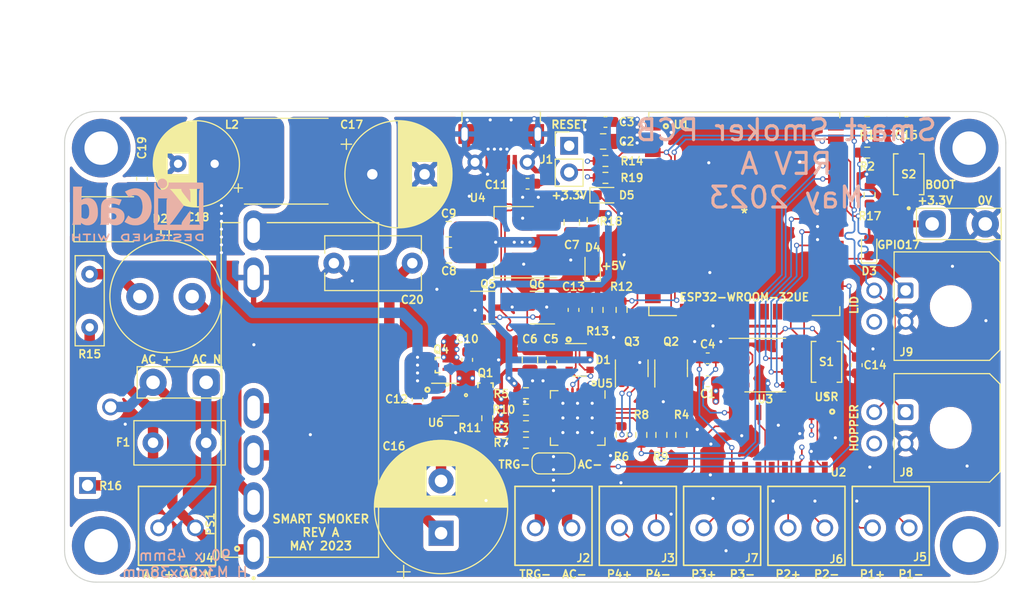
<source format=kicad_pcb>
(kicad_pcb (version 20211014) (generator pcbnew)
  (layers (0 "F.Cu" signal "TOP") (1 "In1.Cu" power "M10") (2 "In2.Cu" power "M233") (31 "B.Cu" signal "BOTTOM") (34 "B.Paste" user) (35 "F.Paste" user) (36 "B.SilkS" user "B.Silkscreen") (37 "F.SilkS" user "F.Silkscreen") (38 "B.Mask" user) (39 "F.Mask" user) (44 "Edge.Cuts" user))
  (net 0 "")
  (net 1 "GND")
  (net 2 "+3.3V")
  (net 3 "/AC_L")
  (net 4 "/AC_N")
  (net 5 "Net-(D4-Pad2)")
  (net 6 "/Probe1+")
  (net 7 "/Probe1-")
  (net 8 "/Probe2+")
  (net 9 "/Probe2-")
  (net 10 "/Probe3+")
  (net 11 "/Probe3-")
  (net 12 "/Probe4+")
  (net 13 "/Probe4-")
  (net 14 "/MUX_OUT_-")
  (net 15 "/MUX_OUT_+")
  (net 16 "+3.3VA")
  (net 17 "+5V")
  (net 18 "Net-(D5-Pad2)")
  (net 20 "+3.3VP")
  (net 21 "/EN")
  (net 22 "Net-(F1-Pad2)")
  (net 23 "Net-(L1-Pad1)")
  (net 24 "/I36")
  (net 25 "/I39")
  (net 26 "/I34")
  (net 27 "/I35")
  (net 28 "/IO32")
  (net 29 "/IO33")
  (net 30 "/IO25")
  (net 31 "/IO26")
  (net 32 "/IO27")
  (net 33 "/IO14")
  (net 34 "/IO12")
  (net 35 "/IO13")
  (net 36 "/IO15")
  (net 37 "/IO2")
  (net 38 "/IO0")
  (net 39 "/IO4")
  (net 40 "/IO16")
  (net 41 "/IO17")
  (net 42 "/RXD0")
  (net 43 "/TXD0")
  (net 44 "/IO23")
  (net 45 "/USB_DN")
  (net 46 "/USB_DP")
  (net 47 "Net-(L1-Pad2)")
  (net 48 "Net-(Q2-Pad2)")
  (net 49 "Net-(D3-Pad2)")
  (net 50 "/I2C_SDA")
  (net 51 "/I2C_SCL")
  (net 52 "Net-(Q3-Pad2)")
  (net 53 "Net-(Q4-Pad1)")
  (net 54 "/RTS")
  (net 55 "/DTR")
  (net 56 "Net-(R3-Pad1)")
  (net 57 "Net-(C16-Pad2)")
  (net 58 "Net-(R7-Pad2)")
  (net 59 "/RXD")
  (net 60 "/TXD")
  (net 62 "/SPI_MISO")
  (net 63 "/SPI_SCK")
  (net 64 "/SPI_CS")
  (net 85 "/CTS")
  (net 87 "Net-(C13-Pad2)")
  (net 88 "Net-(C16-Pad1)")
  (net 89 "Net-(C17-Pad1)")
  (net 90 "Net-(R10-Pad2)")
  (net 91 "/TRG_GND")
  (net 92 "/AC_G")
  (footprint "Capacitor_SMD:C_0805_2012Metric" (layer "F.Cu") (at 151.5 102.865)
    (fp_text reference "C2")
    (fp_text value "22uF 10V X5R 0805")
  )
  (footprint "LED_SMD:LED_0603_1608Metric" (layer "F.Cu") (at 150.5 114.75 90)
    (fp_text reference "D4")
    (fp_text value "Y/G 2.2V 20mA")
  )
  (footprint "MountingHole:MountingHole_3.2mm_M3_DIN965_Pad" (layer "F.Cu") (at 103.5 103.5)
    (fp_text reference "H3" hide)
    (fp_text value "MountingHole")
  )
  (footprint "Customs Smoker:SW_TL1015AF160QG" (layer "F.Cu") (at 172.86 123.9375 90)
    (fp_text reference "S1")
    (fp_text value "TL1015AF160QG")
  )
  (footprint "Package_SO:SOIC-8_3.9x4.9mm_P1.27mm" (layer "F.Cu") (at 167 124.25)
    (fp_text reference "U3")
    (fp_text value "MAX31855KASA")
  )
  (footprint "LED_SMD:LED_0603_1608Metric" (layer "F.Cu") (at 151.72 108)
    (fp_text reference "D5")
    (fp_text value "R 1.8V 2mA 0603")
  )
  (footprint "Capacitor_SMD:C_0603_1608Metric" (layer "F.Cu") (at 161.5 125.8 180)
    (fp_text reference "C1")
    (fp_text value "0.1uF 50V X7R 0603")
  )
  (footprint "Customs Smoker:CONN_393570002_MOL" (layer "F.Cu") (at 177.25 139.8095)
    (fp_text reference "J5")
    (fp_text value "393570002")
  )
  (footprint "Customs Smoker:ESP32-WROOM-32UE 16MB" (layer "F.Cu") (at 165 109.783064)
    (fp_text reference "U1")
    (fp_text value "ESP32-WROOM-32UE_16MB" hide)
  )
  (footprint "Package_DFN_QFN:QFN-28-1EP_5x5mm_P0.5mm_EP3.35x3.35mm" (layer "F.Cu") (at 149.066664 129.305 -90)
    (fp_text reference "U5")
    (fp_text value "CP2102N-Axx-xQFN28")
  )
  (footprint "Resistor_SMD:R_0603_1608Metric" (layer "F.Cu") (at 150.964996 118.97 90)
    (fp_text reference "R13")
    (fp_text value "10K 1% 0603")
  )
  (footprint "Capacitor_SMD:C_0805_2012Metric" (layer "F.Cu") (at 144.5 123.75 -90)
    (fp_text reference "C6")
    (fp_text value "4.7uF 25V X5R 0805")
  )
  (footprint "Jumper:SolderJumper-3_P1.3mm_Open_RoundedPad1.0x1.5mm" (layer "F.Cu") (at 146.75 133.65 180)
    (fp_text reference "JP2" hide)
    (fp_text value "Jumper_3_Open")
  )
  (footprint "Customs Smoker:VARS_B72214S_15P5X5P6-7P5-2P2_TDK" (layer "F.Cu") (at 103.3 132 90)
    (fp_text reference "R16")
    (fp_text value "B72214S0351K101")
  )
  (footprint "Capacitor_SMD:C_0603_1608Metric" (layer "F.Cu") (at 133.75 127.545 -90)
    (fp_text reference "C12")
    (fp_text value "0.1uF 50V X7R 0603")
  )
  (footprint "Customs Smoker:CONN_393570002_MOL" (layer "F.Cu") (at 109 139.8095)
    (fp_text reference "J4")
    (fp_text value "393570002")
  )
  (footprint "Resistor_SMD:R_0603_1608Metric" (layer "F.Cu") (at 144.119998 131.675)
    (fp_text reference "R7")
    (fp_text value "10K 1% 0603")
  )
  (footprint "Capacitor_SMD:C_0603_1608Metric" (layer "F.Cu") (at 107.4 106.425 90)
    (fp_text reference "C19")
    (fp_text value "0.1uF 50V X7R 0603")
  )
  (footprint "Package_TO_SOT_SMD:TSOT-23-6" (layer "F.Cu") (at 136.896666 127.545)
    (fp_text reference "U6")
    (fp_text value "LTC4412xS6")
  )
  (footprint "Capacitor_SMD:C_0603_1608Metric" (layer "F.Cu") (at 161.5 123.6)
    (fp_text reference "C4")
    (fp_text value "0.01uF 50V X7R 0603")
  )
  (footprint "Resistor_SMD:R_0603_1608Metric" (layer "F.Cu") (at 144.119998 126.935)
    (fp_text reference "R5")
    (fp_text value "22.1kOhm 1% 0603")
  )
  (footprint "Inductor_THT:L_Radial_D10.5mm_P5.00mm_Abacron_AISR-01" (layer "F.Cu") (at 107.2 117.7)
    (fp_text reference "L1")
    (fp_text value "2.2mH 500mA 2.5Ohm TH")
  )
  (footprint "Resistor_SMD:R_0603_1608Metric" (layer "F.Cu") (at 176.75 101)
    (fp_text reference "R1")
    (fp_text value "1.8kOhm 1% 0603")
  )
  (footprint "Capacitor_THT:CP_Radial_D12.5mm_P5.00mm" (layer "F.Cu") (at 136 140.323959 90)
    (fp_text reference "C16")
    (fp_text value "22uF 450V 20%")
  )
  (footprint "Resistor_SMD:R_0603_1608Metric" (layer "F.Cu") (at 153.26333 118.97 -90)
    (fp_text reference "R12")
    (fp_text value "1kOhm 1% 0603")
  )
  (footprint "Fuse:Fuse_Littelfuse_395Series" (layer "F.Cu") (at 113.54 131.68445 180)
    (fp_text reference "F1")
    (fp_text value "300V 2A SlowBlow")
  )
  (footprint "Resistor_SMD:R_0603_1608Metric" (layer "F.Cu") (at 153.26333 130.925 -90)
    (fp_text reference "R6")
    (fp_text value "10K 1% 0603")
  )
  (footprint "Capacitor_SMD:C_0805_2012Metric" (layer "F.Cu") (at 148.5 110.6 -90)
    (fp_text reference "C7")
    (fp_text value "10uF 16V X5R 0805")
  )
  (footprint "Capacitor_SMD:C_0603_1608Metric" (layer "F.Cu") (at 175.75 124.25 90)
    (fp_text reference "C14")
    (fp_text value "0.1uF 50V X7R 0603")
  )
  (footprint "Capacitor_SMD:C_0805_2012Metric" (layer "F.Cu") (at 136.75 113.75 180)
    (fp_text reference "C8")
    (fp_text value "10uF 16V X5R 0805")
  )
  (footprint "Customs Smoker:CONN_393570002_MOL" (layer "F.Cu") (at 145 139.8095)
    (fp_text reference "J2")
    (fp_text value "393570002")
  )
  (footprint "Customs Smoker:CONN_393570002_MOL" (layer "F.Cu") (at 169.1875 139.8095)
    (fp_text reference "J6")
    (fp_text value "393570002")
  )
  (footprint "Connector_PinHeader_2.54mm:PinHeader_1x02_P2.54mm_Vertical" (layer "F.Cu") (at 148.25 103.28)
    (fp_text reference "JP1" hide)
    (fp_text value "Jumper_2_Open")
  )
  (footprint "Customs Smoker:MOLEX_105017-0001" (layer "F.Cu") (at 141.75 102.15 180)
    (fp_text reference "J1")
    (fp_text value "105017-0001")
  )
  (footprint "Capacitor_SMD:C_0603_1608Metric" (layer "F.Cu") (at 144.275 106.9)
    (fp_text reference "C11")
    (fp_text value "0.1uF 50V X7R 0603")
  )
  (footprint "Customs Smoker:VESM_TOS" (layer "F.Cu") (at 140.25 126.5)
    (fp_text reference "Q1")
    (fp_text value "Q_PMOS_GSD")
  )
  (footprint "Capacitor_SMD:C_0603_1608Metric" (layer "F.Cu") (at 148.666664 118.97 -90)
    (fp_text reference "C13")
    (fp_text value "0.1uF 50V X7R 0603")
  )
  (footprint "Customs Smoker:CONN_393570002_MOL" (layer "F.Cu") (at 161.125 139.8095)
    (fp_text reference "J7")
    (fp_text value "393570002")
  )
  (footprint "Diode_SMD:D_SMB" (layer "F.Cu") (at 104.45 110.3)
    (fp_text reference "D2")
    (fp_text value "TVS DIODE 7VWM 12VC SMB")
  )
  (footprint "Capacitor_THT:CP_Radial_D8.0mm_P3.50mm" (layer "F.Cu") (at 114.352651 105 180)
    (fp_text reference "C18")
    (fp_text value "150uF 20% 35V")
  )
  (footprint "Package_TO_SOT_SMD:SOT-23-3" (layer "F.Cu") (at 158 124.55 90)
    (fp_text reference "Q2")
    (fp_text value "25V 1.5A Trans")
  )
  (footprint "Resistor_SMD:R_0603_1608Metric" (layer "F.Cu") (at 144.119998 130.095 180)
    (fp_text reference "R3")
    (fp_text value "1kOhm 1% 0603")
  )
  (footprint "Capacitor_SMD:C_0805_2012Metric" (layer "F.Cu") (at 136.7275 111.25 180)
    (fp_text reference "C9")
    (fp_text value "10uF 16V X5R 0805")
  )
  (footprint "MountingHole:MountingHole_3.2mm_M3_DIN965_Pad" (layer "F.Cu") (at 186.5 103.5)
    (fp_text reference "H1" hide)
    (fp_text value "MountingHole")
  )
  (footprint "Customs Smoker:SW_TL1015AF160QG" (layer "F.Cu") (at 180.72 106 90)
    (fp_text reference "S2")
    (fp_text value "TL1015AF160QG")
  )
  (footprint "Resistor_SMD:R_0603_1608Metric" (layer "F.Cu") (at 176.75 103.93)
    (fp_text reference "R2")
    (fp_text value "1.8kOhm 1% 0603")
  )
  (footprint "Capacitor_SMD:C_0603_1608Metric" (layer "F.Cu") (at 151.72 101)
    (fp_text reference "C3")
    (fp_text value "0.1uF 50V X7R 0603")
  )
  (footprint "Capacitor_SMD:C_0603_1608Metric" (layer "F.Cu") (at 146.565 123.97 -90)
    (fp_text reference "C5")
    (fp_text value "0.1uF 50V X7R 0603")
  )
  (footprint "Resistor_SMD:R_0603_1608Metric" (layer "F.Cu") (at 140.4221 129.325 -90)
    (fp_text reference "R11")
    (fp_text value "470Ohm 5% 0603")
  )
  (footprint "Resistor_SMD:R_0603_1608Metric" (layer "F.Cu") (at 151.72 104.73 180)
    (fp_text reference "R14")
    (fp_text value "10K 1% 0603")
  )
  (footprint "Resistor_SMD:R_0603_1608Metric" (layer "F.Cu") (at 158.97 130.925 -90)
    (fp_text reference "R4")
    (fp_text value "10K 1% 0603")
  )
  (footprint "Package_TO_SOT_SMD:SOT-223-3_TabPin2" (layer "F.Cu") (at 142.9775 112.5 180)
    (fp_text reference "U4")
    (fp_text value "AMS1117-3.3")
  )
  (footprint "Package_TO_SOT_SMD:SOT-143" (layer "F.Cu") (at 149.25 123.75)
    (fp_text reference "D1")
    (fp_text value "SP0503BAHT")
  )
  (footprint "Capacitor_THT:CP_Radial_D10.0mm_P5.00mm" (layer "F.Cu") (at 129.426261 106)
    (fp_text reference "C17")
    (fp_text value "820uF 20% 16V")
  )
  (footprint "Capacitor_SMD:C_0603_1608Metric" (layer "F.Cu") (at 138.5 123.75 -90)
    (fp_text reference "C10")
    (fp_text value "1uF 25V X5R 0603")
  )
  (footprint "MountingHole:MountingHole_3.2mm_M3_DIN965_Pad" (layer "F.Cu") (at 103.5 141.5)
    (fp_text reference "H4" hide)
    (fp_text value "MountingHole")
  )
  (footprint "Inductor_SMD:L_Taiyo-Yuden_NR-80xx" (layer "F.Cu") (at 121.2 104.75 180)
    (fp_text reference "L2")
    (fp_text value "2.2uH 7.2A 11.5mOhm")
  )
  (footprint "LED_SMD:LED_0603_1608Metric" (layer "F.Cu") (at 176.9375 113 90)
    (fp_text reference "D3")
    (fp_text value "Y 2V 20mA")
  )
  (footprint "Resistor_SMD:R_0603_1608Metric" (layer "F.Cu") (at 151.72 106.345)
    (fp_text reference "R19")
    (fp_text value "750Ohm 1% 0603")
  )
  (footprint "TestPoint:TestPoint_2Pads_Pitch5.08mm_Drill1.3mm" (layer "F.Cu") (at 113.54 125.9 180)
    (fp_text reference "TP1" hide)
    (fp_text value "TestPoint_2Pole")
  )
  (footprint "Customs Smoker:CONV_LS10-13B03R3" (layer "F.Cu") (at 118.075 126.625 90)
    (fp_text reference "PS1")
    (fp_text value "LS10-13B03R3")
  )
  (footprint "Resistor_THT:R_Box_L8.4mm_W2.5mm_P5.08mm" (layer "F.Cu") (at 102.4 120.635 90)
    (fp_text reference "R15")
    (fp_text value "6.8Ohm 3W 5% 2512")
  )
  (footprint "Resistor_SMD:R_0603_1608Metric" (layer "F.Cu") (at 155.15 130.925 90)
    (fp_text reference "R8")
    (fp_text value "0Ohm 0603")
  )
  (footprint "Capacitor_THT:C_Disc_D9.0mm_W5.0mm_P7.50mm" (layer "F.Cu") (at 133.25 114.5 180)
    (fp_text reference "C20")
    (fp_text value "1000pF 440VAC Y5P")
  )
  (footprint "MountingHole:MountingHole_3.2mm_M3_DIN965_Pad" (layer "F.Cu") (at 186.5 141.5)
    (fp_text reference "H2" hide)
    (fp_text value "MountingHole")
  )
  (footprint "Resistor_SMD:R_0603_1608Metric" (layer "F.Cu") (at 157.067776 130.925 90)
    (fp_text reference "R9")
    (fp_text value "0Ohm 0603")
  )
  (footprint "Connector_Molex:Molex_Micro-Fit_3.0_43045-0400_2x02_P3.00mm_Horizontal" (layer "F.Cu") (at 180.42 128.75 -90)
    (fp_text reference "J8")
    (fp_text value "Hopper")
  )
  (footprint "Resistor_SMD:R_0603_1608Metric" (layer "F.Cu") (at 150.5 110.38 -90)
    (fp_text reference "R18")
    (fp_text value "140Ohm 1% 0603")
  )
  (footprint "Package_TO_SOT_SMD:SOT-23" (layer "F.Cu") (at 145.178332 118.75 180)
    (fp_text reference "Q6")
    (fp_text value "2N7002T-7-F")
  )
  (footprint "Resistor_SMD:R_0603_1608Metric" (layer "F.Cu") (at 176.9775 108 -90)
    (fp_text reference "R17")
    (fp_text value "470Ohm 1% 0603")
  )
  (footprint "Package_TO_SOT_SMD:SOT-23" (layer "F.Cu") (at 140.5 118.75)
    (fp_text reference "Q5")
    (fp_text value "2N7002T-7-F")
  )
  (footprint "Connector_Molex:Molex_Micro-Fit_3.0_43045-0400_2x02_P3.00mm_Horizontal" (layer "F.Cu") (at 180.42 117.11 -90)
    (fp_text reference "J9")
    (fp_text value "Lid")
  )
  (footprint "Package_TO_SOT_SMD:SOT-23-3" (layer "F.Cu") (at 154.23333 124.55 90)
    (fp_text reference "Q3")
    (fp_text value "25V 1.5A Trans")
  )
  (footprint "Resistor_SMD:R_0603_1608Metric" (layer "F.Cu") (at 144.119998 128.515)
    (fp_text reference "R10")
    (fp_text value "47.5kOhm 1% 0603")
  )
  (footprint "Customs Smoker:VESM_TOS" (layer "F.Cu") (at 135.977366 124.25 90)
    (fp_text reference "Q4")
    (fp_text value "Q_PMOS_GSD")
  )
  (footprint "Capacitor_SMD:C_0603_1608Metric" (layer "F.Cu") (at 180.5 101)
    (fp_text reference "C15")
    (fp_text value "0.1uF 50V X7R 0603")
  )
  (footprint "Customs Smoker:CONN_393570002_MOL" (layer "F.Cu") (at 153.0625 139.8095)
    (fp_text reference "J3")
    (fp_text value "393570002")
  )
  (footprint "Customs Smoker:SOIC16_NARROW_VIS" (layer "F.Cu") (at 168.25 131.5 -90)
    (fp_text reference "U2")
    (fp_text value "DG409LEDY-T1-GE3")
  )
  (footprint "TestPoint:TestPoint_2Pads_Pitch5.08mm_Drill1.3mm" (layer "F.Cu") (at 182.96 110.75)
    (fp_text reference "TP2" hide)
    (fp_text value "TestPoint_2Pole")
  )
  (footprint "Symbol:KiCad-Logo2_5mm_SilkScreen" (layer "B.Cu") (at 107 109.4 180)
    (fp_text reference "AE1" hide)
    (fp_text value "Antenna" hide)
  )
  (gr_circle (center 173.4 128.7) (end 173.6 128.7) (layer "F.SilkS") (width 0.2) (fill none))
  (gr_circle (center 157.5 101.4) (end 157.7 101.4) (layer "F.SilkS") (width 0.2) (fill none))
  (gr_circle (center 148.2 121.8) (end 148.4 121.8) (layer "F.SilkS") (width 0.2) (fill none))
  (gr_circle (center 134.7 126.6) (end 134.9 126.6) (layer "F.SilkS") (width 0.2) (fill none))
  (gr_circle (center 150.6 126) (end 150.8 126) (layer "F.SilkS") (width 0.2) (fill none))
  (gr_circle (center 116.5 141.8) (end 116.7 141.8) (layer "F.SilkS") (width 0.2) (fill none))
  (gr_line (start 100 103) (end 100 142) (layer "Edge.Cuts") (width 0.1))
  (gr_line (start 187 100) (end 103 100) (layer "Edge.Cuts") (width 0.1))
  (gr_line (start 190 142) (end 190 103) (layer "Edge.Cuts") (width 0.1))
  (gr_arc (start 190 142) (mid 189.12132 144.12132) (end 187 145) (layer "Edge.Cuts") (width 0.1))
  (gr_arc (start 100 103) (mid 100.87868 100.87868) (end 103 100) (layer "Edge.Cuts") (width 0.1))
  (gr_line (start 103 145) (end 187 145) (layer "Edge.Cuts") (width 0.1))
  (gr_arc (start 187 100) (mid 189.12132 100.87868) (end 190 103) (layer "Edge.Cuts") (width 0.1))
  (gr_arc (start 103 145) (mid 100.87868 144.12132) (end 100 142) (layer "Edge.Cuts") (width 0.1))
  (gr_text "Smart Smoker PCB\nREV A\nMay 2023" (at 169 105) (layer "B.SilkS") (effects (font (size 2 2) (thickness 0.3)) (justify mirror)))
  (gr_text "90 x 45mm\nH M3x83x38mm" (at 111.5 143.25) (layer "B.SilkS") (effects (font (size 1 1) (thickness 0.16)) (justify mirror)))
  (gr_text "P1-" (at 180.9375 144.25) (layer "F.SilkS") (effects (font (size 0.75 0.75) (thickness 0.16))))
  (gr_text "AC-" (at 150.25 133.75) (layer "F.SilkS") (effects (font (size 0.75 0.75) (thickness 0.16))))
  (gr_text "P2-" (at 172.875 144.25) (layer "F.SilkS") (effects (font (size 0.75 0.75) (thickness 0.16))))
  (gr_text "0V" (at 188 108.5) (layer "F.SilkS") (effects (font (size 0.75 0.75) (thickness 0.16))))
  (gr_text "HOPPER" (at 175.5 130.25 90) (layer "F.SilkS") (effects (font (size 0.75 0.75) (thickness 0.16))))
  (gr_text "TRG-" (at 145 144.25) (layer "F.SilkS") (effects (font (size 0.75 0.75) (thickness 0.16))))
  (gr_text "BOOT" (at 183.75 107) (layer "F.SilkS") (effects (font (size 0.75 0.75) (thickness 0.16))))
  (gr_text "P1+" (at 177.25 144.25) (layer "F.SilkS") (effects (font (size 0.75 0.75) (thickness 0.16))))
  (gr_text "P2+" (at 169.1875 144.25) (layer "F.SilkS") (effects (font (size 0.75 0.75) (thickness 0.16))))
  (gr_text "TRG-" (at 143 133.75) (layer "F.SilkS") (effects (font (size 0.75 0.75) (thickness 0.16))))
  (gr_text "P4-" (at 156.75 144.25) (layer "F.SilkS") (effects (font (size 0.75 0.75) (thickness 0.16))))
  (gr_text "AC N" (at 112.6875 144.25) (layer "F.SilkS") (effects (font (size 0.75 0.75) (thickness 0.16))))
  (gr_text "LID" (at 175.5 118.5 90) (layer "F.SilkS") (effects (font (size 0.75 0.75) (thickness 0.16))))
  (gr_text "+5V" (at 152.5 114.75) (layer "F.SilkS") (effects (font (size 0.75 0.75) (thickness 0.16))))
  (gr_text "ESP32-WROOM-32UE" (at 165 117.75) (layer "F.SilkS") (effects (font (size 0.75 0.75) (thickness 0.16))))
  (gr_text "AC +" (at 108.8 123.7) (layer "F.SilkS") (effects (font (size 0.75 0.75) (thickness 0.16))))
  (gr_text "SMART SMOKER\nREV A\nMAY 2023" (at 124.5 140.25) (layer "F.SilkS") (effects (font (size 0.8 0.8) (thickness 0.16))))
  (gr_text "AC +" (at 109 144.25) (layer "F.SilkS") (effects (font (size 0.75 0.75) (thickness 0.16))))
  (gr_text "+3.3V" (at 148.25 108) (layer "F.SilkS") (effects (font (size 0.75 0.75) (thickness 0.16))))
  (gr_text "RESET" (at 148.25 101.25) (layer "F.SilkS") (effects (font (size 0.75 0.75) (thickness 0.16))))
  (gr_text "P3-" (at 164.8125 144.25) (layer "F.SilkS") (effects (font (size 0.75 0.75) (thickness 0.16))))
  (gr_text "P3+" (at 161.125 144.25) (layer "F.SilkS") (effects (font (size 0.75 0.75) (thickness 0.16))))
  (gr_text "P4+" (at 153.0625 144.25) (layer "F.SilkS") (effects (font (size 0.75 0.75) (thickness 0.16))))
  (gr_text "AC-" (at 148.75 144.25) (layer "F.SilkS") (effects (font (size 0.75 0.75) (thickness 0.16))))
  (gr_text "USR" (at 172.86 127.2875) (layer "F.SilkS") (effects (font (size 0.75 0.75) (thickness 0.16))))
  (gr_text "+3.3V" (at 183.25 108.5) (layer "F.SilkS") (effects (font (size 0.75 0.75) (thickness 0.16))))
  (gr_text "GPIO17" (at 179.75 112.75) (layer "F.SilkS") (effects (font (size 0.75 0.75) (thickness 0.16))))
  (gr_text "AC N" (at 113.6 123.7) (layer "F.SilkS") (effects (font (size 0.75 0.75) (thickness 0.16))))
  (segment (start 144 127.809998) (end 143.294998 128.515) (width 0.65) (layer "F.Cu") (net 1))
  (segment (start 149.566664 126.855) (end 149.566664 126.470632) (width 0.16) (layer "F.Cu") (net 1))
  (segment (start 144 127.75) (end 144 127.809998) (width 0.65) (layer "F.Cu") (net 1))
  (segment (start 139.5625 119.3125) (end 139.25 119) (width 0.16) (layer "F.Cu") (net 1))
  (segment (start 164.525 122.345) (end 163.095 122.345) (width 0.65) (layer "F.Cu") (net 1))
  (segment (start 150.55 102.55) (end 149.75 101.75) (width 0.16) (layer "F.Cu") (net 1))
  (segment (start 144.5 122.8) (end 146.17 122.8) (width 1) (layer "F.Cu") (net 1))
  (segment (start 146.17 122.8) (end 146.565 123.195) (width 1) (layer "F.Cu") (net 1))
  (segment (start 146.565 123.195) (end 148.055 123.195) (width 1) (layer "F.Cu") (net 1))
  (segment (start 150.945 101) (end 149.75 101) (width 0.16) (layer "F.Cu") (net 1))
  (segment (start 139.5625 119.7) (end 139.5625 119.3125) (width 0.16) (layer "F.Cu") (net 1))
  (segment (start 171.4 132.5) (end 171.4 134.19915) (width 0.25) (layer "F.Cu") (net 1))
  (segment (start 140.45 104.825) (end 140.45 106) (width 0.16) (layer "F.Cu") (net 1))
  (segment (start 151.105599 108) (end 152.855599 109.75) (width 0.16) (layer "F.Cu") (net 1))
  (segment (start 152.855599 109.75) (end 153.25 109.75) (width 0.16) (layer "F.Cu") (net 1))
  (segment (start 148.055 123.195) (end 148.1 123.15) (width 1) (layer "F.Cu") (net 1))
  (segment (start 163.095 122.345) (end 162.75 122) (width 0.65) (layer "F.Cu") (net 1))
  (segment (start 150.037296 126) (end 150.3 126) (width 0.16) (layer "F.Cu") (net 1))
  (segment (start 148.1 123.15) (end 148.1 123) (width 1) (layer "F.Cu") (net 1))
  (segment (start 149.566664 126.470632) (end 150.037296 126) (width 0.16) (layer "F.Cu") (net 1))
  (via (at 158 101) (size 0.5) (drill 0.3) (layers "F.Cu" "B.Cu") (net 1))
  (via (at 152.2 132.9) (size 0.5) (drill 0.3) (layers "F.Cu" "B.Cu") (net 1))
  (via (at 172 111) (size 0.5) (drill 0.3) (layers "F.Cu" "B.Cu") (net 1))
  (via (at 140.5 103.6) (size 0.5) (drill 0.3) (layers "F.Cu" "B.Cu") (net 1))
  (via (at 161.75 134.75) (size 0.5) (drill 0.3) (layers "F.Cu" "B.Cu") (net 1))
  (via (at 144.9 100.7) (size 0.5) (drill 0.3) (layers "F.Cu" "B.Cu") (net 1))
  (via (at 105.8 129.9) (size 0.5) (drill 0.3) (layers "F.Cu" "B.Cu") (net 1))
  (via (at 161.8 131.8) (size 0.5) (drill 0.3) (layers "F.Cu" "B.Cu") (net 1))
  (via (at 153.2 135.5) (size 0.5) (drill 0.3) (layers "F.Cu" "B.Cu") (net 1))
  (via (at 173.7 131.2) (size 0.5) (drill 0.3) (layers "F.Cu" "B.Cu") (net 1))
  (via (at 149.05 127.9) (size 0.5) (drill 0.3) (layers "F.Cu" "B.Cu") (net 1))
  (via (at 150.45 129.3) (size 0.5) (drill 0.3) (layers "F.Cu" "B.Cu") (net 1))
  (via (at 162 120.5) (size 0.5) (drill 0.3) (layers "F.Cu" "B.Cu") (net 1))
  (via (at 141.1 103.6) (size 0.5) (drill 0.3) (layers "F.Cu" "B.Cu") (net 1))
  (via (at 146.75 136.25) (size 0.5) (drill 0.3) (layers "F.Cu" "B.Cu") (net 1))
  (via (at 140.7 100.8) (size 0.5) (drill 0.3) (layers "F.Cu" "B.Cu") (net 1))
  (via (at 118.1 122.3) (size 0.5) (drill 0.3) (layers "F.Cu" "B.Cu") (net 1))
  (via (at 155 124) (size 0.5) (drill 0.3) (layers "F.Cu" "B.Cu") (net 1))
  (via (at 146.75 134.25) (size 0.5) (drill 0.3) (layers "F.Cu" "B.Cu") (net 1))
  (via (at 147.65 130.7) (size 0.5) (drill 0.3) (layers "F.Cu" "B.Cu") (net 1))
  (via (at 153.5 113.7) (size 0.5) (drill 0.3) (layers "F.Cu" "B.Cu") (net 1))
  (via (at 141.5 123.75) (size 0.5) (drill 0.3) (layers "F.Cu" "B.Cu") (net 1))
  (via (at 171.4 132.5) (size 0.5) (drill 0.3) (layers "F.Cu" "B.Cu") (net 1))
  (via (at 140.45 106) (size 0.5) (drill 0.3) (layers "F.Cu" "B.Cu") (net 1))
  (via (at 162.75 122) (size 0.5) (drill 0.3) (layers "F.Cu" "B.Cu") (net 1))
  (via (at 142.3 103.6) (size 0.5) (drill 0.3) (layers "F.Cu" "B.Cu") (net 1))
  (via (at 148.4 114.2) (size 0.5) (drill 0.3) (layers "F.Cu" "B.Cu") (net 1))
  (via (at 171.75 137.25) (size 0.5) (drill 0.3) (layers "F.Cu" "B.Cu") (net 1))
  (via (at 142.7 100.8) (size 0.5) (drill 0.3) (layers "F.Cu" "B.Cu") (net 1))
  (via (at 146.1 118.7) (size 0.5) (drill 0.3) (layers "F.Cu" "B.Cu") (net 1))
  (via (at 164.75 131) (size 0.5) (drill 0.3) (layers "F.Cu" "B.Cu") (net 1))
  (via (at 160.25 122) (size 0.5) (drill 0.3) (layers "F.Cu" "B.Cu") (net 1))
  (via (at 146.75 133) (size 0.5) (drill 0.3) (layers "F.Cu" "B.Cu") (net 1))
  (via (at 149.75 101) (size 0.5) (drill 0.3) (layers "F.Cu" "B.Cu") (net 1))
  (via (at 138.5 122) (size 0.5) (drill 0.3) (layers "F.Cu" "B.Cu") (net 1))
  (via (at 158 138.5) (size 0.5) (drill 0.3) (layers "F.Cu" "B.Cu") (net 1))
  (via (at 138.5 100.8) (size 0.5) (drill 0.3) (layers "F.Cu" "B.Cu") (net 1))
  (via (at 127.5 116.2) (size 0.5) (drill 0.3) (layers "F.Cu" "B.Cu") (net 1))
  (via (at 150.45 130.7) (size 0.5) (drill 0.3) (layers "F.Cu" "B.Cu") (net 1))
  (via (at 188.1 120) (size 0.5) (drill 0.3) (layers "F.Cu" "B.Cu") (net 1))
  (via (at 157.25 127.75) (size 0.5) (drill 0.3) (layers "F.Cu" "B.Cu") (net 1))
  (via (at 186.3 133.9) (size 0.5) (drill 0.3) (layers "F.Cu" "B.Cu") (net 1))
  (via (at 150.45 127.9) (size 0.5) (drill 0.3) (layers "F.Cu" "B.Cu") (net 1))
  (via (at 142.8 118.7) (size 0.5) (drill 0.3) (layers "F.Cu" "B.Cu") (net 1))
  (via (at 176.7 106) (size 0.5) (drill 0.3) (layers "F.Cu" "B.Cu") (net 1))
  (via (at 162 137) (size 0.5) (drill 0.3) (layers "F.Cu" "B.Cu") (net 1))
  (via (at 175.75 137.25) (size 0.5) (drill 0.3) (layers "F.Cu" "B.Cu") (net 1))
  (via (at 149.05 130.7) (size 0.5) (drill 0.3) (layers "F.Cu" "B.Cu") (net 1))
  (via (at 140.3 137.2) (size 0.5) (drill 0.3) (layers "F.Cu" "B.Cu") (net 1))
  (via (at 107 143.75) (size 0.5) (drill 0.3) (layers "F.Cu" "B.Cu") (net 1))
  (via (at 138.7 108.1) (size 0.5) (drill 0.3) (layers "F.Cu" "B.Cu") (net 1))
  (via (at 144 127.75) (size 0.5) (drill 0.3) (layers "F.Cu" "B.Cu") (net 1))
  (via (at 152.5 121.6) (size 0.5) (drill 0.3) (layers "F.Cu" "B.Cu") (net 1))
  (via (at 147.65 127.9) (size 0.5) (drill 0.3) (layers "F.Cu" "B.Cu") (net 1))
  (via (at 143.9 114.6) (size 0.5) (drill 0.3) (layers "F.Cu" "B.Cu") (net 1))
  (via (at 158 102) (size 0.5) (drill 0.3) (layers "F.Cu" "B.Cu") (net 1))
  (via (at 112.5 143.75) (size 0.5) (drill 0.3) (layers "F.Cu" "B.Cu") (net 1))
  (via (at 161.7 115.4) (size 0.5) (drill 0.3) (layers "F.Cu" "B.Cu") (net 1))
  (via (at 167.75 137.25) (size 0.5) (drill 0.3) (layers "F.Cu" "B.Cu") (net 1))
  (via (at 149.75 101.75) (size 0.5) (drill 0.3) (layers "F.Cu" "B.Cu") (net 1))
  (via (at 153.25 109.75) (size 0.5) (drill 0.3) (layers "F.Cu" "B.Cu") (net 1))
  (via (at 161.6 104.9) (size 0.5) (drill 0.3) (layers "F.Cu" "B.Cu") (net 1))
  (via (at 170.3 104.8) (size 0.5) (drill 0.3) (layers "F.Cu" "B.Cu") (net 1))
  (via (at 144.75 125.75) (size 0.5) (drill 0.3) (layers "F.Cu" "B.Cu") (net 1))
  (via (at 150.3 126) (size 0.5) (drill 0.3) (layers "F.Cu" "B.Cu") (net 1))
  (via (at 172 109.5) (size 0.5) (drill 0.3) (layers "F.Cu" "B.Cu") (net 1))
  (via (at 139.25 119) (size 0.5) (drill 0.3) (layers "F.Cu" "B.Cu") (net 1))
  (via (at 142.25 131.75) (size 0.5) (drill 0.3) (layers "F.Cu" "B.Cu") (net 1))
  (via (at 168.25 130) (size 0.5) (drill 0.3) (layers "F.Cu" "B.Cu") (net 1))
  (via (at 172 112.25) (size 0.5) (drill 0.3) (layers "F.Cu" "B.Cu") (net 1))
  (via (at 170.3 130.8) (size 0.5) (drill 0.3) (layers "F.Cu" "B.Cu") (net 1))
  (via (at 184.9 114.8) (size 0.5) (drill 0.3) (layers "F.Cu" "B.Cu") (net 1))
  (via (at 145.75 125.75) (size 0.5) (drill 0.3) (layers "F.Cu" "B.Cu") (net 1))
  (via (at 146.75 135.25) (size 0.5) (drill 0.3) (layers "F.Cu" "B.Cu") (net 1))
  (via (at 177 134) (size 0.5) (drill 0.3) (layers "F.Cu" "B.Cu") (net 1))
  (via (at 167.25 126) (size 0.5) (drill 0.3) (layers "F.Cu" "B.Cu") (net 1))
  (via (at 163.25 142) (size 0.5) (drill 0.3) (layers "F.Cu" "B.Cu") (net 1))
  (via (at 141.7 103.6) (size 0.5) (drill 0.3) (layers "F.Cu" "B.Cu") (net 1))
  (via (at 160.5 130.4) (size 0.5) (drill 0.3) (layers "F.Cu" "B.Cu") (net 1))
  (via (at 147.65 129.3) (size 0.5) (drill 0.3) (layers "F.Cu" "B.Cu") (net 1))
  (via (at 137.4 130.7) (size 0.5) (drill 0.3) (layers "F.Cu" "B.Cu") (net 1))
  (via (at 135.6 117) (size 0.5) (drill 0.3) (layers "F.Cu" "B.Cu") (net 1))
  (via (at 176.7 102.9) (size 0.5) (drill 0.3) (layers "F.Cu" "B.Cu") (net 1))
  (via (at 149.05 129.3) (size 0.5) (drill 0.3) (layers "F.Cu" "B.Cu") (net 1))
  (via (at 123.5 130.9) (size 0.5) (drill 0.3) (layers "F.Cu" "B.Cu") (net 1))
  (via (at 177.3 122.7) (size 0.5) (drill 0.3) (layers "F.Cu" "B.Cu") (net 1))
  (segment (start 148.066664 126.855) (end 147.566664 126.855) (width 0.35) (layer "F.Cu") (net 2))
  (segment (start 150.895 104.73) (end 150.02 104.73) (width 0.16) (layer "F.Cu") (net 2))
  (segment (start 146.565 124.745) (end 144.545 124.745) (width 0.35) (layer "F.Cu") (net 2))
  (segment (start 182.96 110.75) (end 180.5525 110.75) (width 0.65) (layer "F.Cu") (net 2))
  (segment (start 141.75 125.25) (end 141.75 126.75) (width 0.35) (layer "F.Cu") (net 2))
  (segment (start 177.575 106.5775) (end 176.9775 107.175) (width 0.65) (layer "F.Cu") (net 2))
  (segment (start 152.495 101) (end 153.5 101) (width 0.16) (layer "F.Cu") (net 2))
  (segment (start 171.425 130.075) (end 171.425 130.925) (width 0.16) (layer "F.Cu") (net 2))
  (segment (start 177.575 101) (end 177.575 103.93) (width 0.65) (layer "F.Cu") (net 2))
  (segment (start 150.895 106.345) (end 150.095 106.345) (width 0.16) (layer "F.Cu") (net 2))
  (segment (start 144.5 124.7) (end 142.3 124.7) (width 0.35) (layer "F.Cu") (net 2))
  (segment (start 150.02 104.73) (end 150 104.75) (width 0.16) (layer "F.Cu") (net 2))
  (segment (start 147.566664 125.746664) (end 146.565 124.745) (width 0.35) (layer "F.Cu") (net 2))
  (segment (start 150.095 106.345) (end 150 106.25) (width 0.16) (layer "F.Cu") (net 2))
  (segment (start 147.566664 126.855) (end 147.566664 125.746664) (width 0.35) (layer "F.Cu") (net 2))
  (segment (start 142.3 124.7) (end 141.75 125.25) (width 0.35) (layer "F.Cu") (net 2))
  (segment (start 170.5 133.05) (end 170.5 132.1) (width 0.16) (layer "F.Cu") (net 2))
  (segment (start 171.425 128.77585) (end 171.425 130.075) (width 0.16) (layer "F.Cu") (net 2))
  (segment (start 152.45 102.865) (end 153.365 102.865) (width 0.16) (layer "F.Cu") (net 2))
  (segment (start 162.275 125.8) (end 162.275 126.725) (width 0.65) (layer "F.Cu") (net 2))
  (segment (start 153.365 102.865) (end 153.5 103) (width 0.16) (layer "F.Cu") (net 2))
  (segment (start 170.155 133.695) (end 170.5 133.35) (width 0.16) (layer "F.Cu") (net 2))
  (segment (start 170.5 133.35) (end 170.5 133.05) (width 0.16) (layer "F.Cu") (net 2))
  (segment (start 162.63 126.155) (end 162.275 125.8) (width 0.65) (layer "F.Cu") (net 2))
  (segment (start 177.575 103.93) (end 177.575 106.5775) (width 0.65) (layer "F.Cu") (net 2))
  (segment (start 180.5525 110.75) (end 176.9775 107.175) (width 0.65) (layer "F.Cu") (net 2))
  (segment (start 164.525 126.155) (end 162.63 126.155) (width 0.65) (layer "F.Cu") (net 2))
  (segment (start 162.275 126.725) (end 162.275 127.725) (width 0.65) (layer "F.Cu") (net 2))
  (via (at 162.275 127.725) (size 0.5) (drill 0.3) (layers "F.Cu" "B.Cu") (net 2))
  (via (at 141.75 127.5) (size 0.5) (drill 0.3) (layers "F.Cu" "B.Cu") (net 2))
  (via (at 141.75 126.75) (size 0.5) (drill 0.3) (layers "F.Cu" "B.Cu") (net 2))
  (via (at 153.5 103) (size 0.5) (drill 0.3) (layers "F.Cu" "B.Cu") (net 2))
  (via (at 154.75 100.75) (size 0.5) (drill 0.3) (layers "F.Cu" "B.Cu") (net 2))
  (via (at 154.75 101.5) (size 0.5) (drill 0.3) (layers "F.Cu" "B.Cu") (net 2))
  (via (at 139 125.5) (size 0.5) (drill 0.3) (layers "F.Cu" "B.Cu") (net 2))
  (via (at 137.75 125.5) (size 0.5) (drill 0.3) (layers "F.Cu" "B.Cu") (net 2))
  (via (at 154.75 103) (size 0.5) (drill 0.3) (layers "F.Cu" "B.Cu") (net 2))
  (via (at 137.5 122) (size 0.5) (drill 0.3) (layers "F.Cu" "B.Cu") (net 2))
  (via (at 170.5 133.05) (size 0.5) (drill 0.3) (layers "F.Cu" "B.Cu") (net 2))
  (via (at 136.25 122.75) (size 0.5) (drill 0.3) (layers "F.Cu" "B.Cu") (net 2))
  (via (at 141.75 130.5) (size 0.5) (drill 0.3) (layers "F.Cu" "B.Cu") (net 2))
  (via (at 136.25 122) (size 0.5) (drill 0.3) (layers "F.Cu" "B.Cu") (net 2))
  (via (at 170.5 132.1) (size 0.5) (drill 0.3) (layers "F.Cu" "B.Cu") (net 2))
  (via (at 171.425 130.925) (size 0.5) (drill 0.3) (layers "F.Cu" "B.Cu") (net 2))
  (via (at 154.75 102.25) (size 0.5) (drill 0.3) (layers "F.Cu" "B.Cu") (net 2))
  (via (at 141.75 128.25) (size 0.5) (drill 0.3) (layers "F.Cu" "B.Cu") (net 2))
  (via (at 141.75 129) (size 0.5) (drill 0.3) (layers "F.Cu" "B.Cu") (net 2))
  (via (at 162.275 126.725) (size 0.5) (drill 0.3) (layers "F.Cu" "B.Cu") (net 2))
  (via (at 153.5 101) (size 0.5) (drill 0.3) (layers "F.Cu" "B.Cu") (net 2))
  (via (at 137.5 123.5) (size 0.5) (drill 0.3) (layers "F.Cu" "B.Cu") (net 2))
  (via (at 136.25 123.5) (size 0.5) (drill 0.3) (layers "F.Cu" "B.Cu") (net 2))
  (via (at 171.425 130.075) (size 0.5) (drill 0.3) (layers "F.Cu" "B.Cu") (net 2))
  (via (at 150 104.75) (size 0.5) (drill 0.3) (layers "F.Cu" "B.Cu") (net 2))
  (via (at 141.75 129.75) (size 0.5) (drill 0.3) (layers "F.Cu" "B.Cu") (net 2))
  (via (at 137.5 122.75) (size 0.5) (drill 0.3) (layers "F.Cu" "B.Cu") (net 2))
  (via (at 150 106.25) (size 0.5) (drill 0.3) (layers "F.Cu" "B.Cu") (net 2))
  (segment (start 113.54 125.9) (end 113.54 131.68445) (width 1) (layer "B.Cu") (net 3))
  (segment (start 113.54 135.2695) (end 109 139.8095) (width 1) (layer "B.Cu") (net 3))
  (segment (start 113.54 131.68445) (end 113.54 135.2695) (width 1) (layer "B.Cu") (net 3))
  (segment (start 110.3 137.6043) (end 110.3 127.74) (width 1) (layer "F.Cu") (net 4))
  (segment (start 110.3 127.74) (end 108.46 125.9) (width 1) (layer "F.Cu") (net 4))
  (segment (start 112.5052 139.8095) (end 110.3 137.6043) (width 1) (layer "F.Cu") (net 4))
  (segment (start 114.5707 141.875) (end 112.5052 139.8095) (width 1) (layer "F.Cu") (net 4))
  (segment (start 118.075 141.875) (end 114.5707 141.875) (width 1) (layer "F.Cu") (net 4))
  (segment (start 106.11 128.25) (end 108.46 125.9) (width 1) (layer "B.Cu") (net 4))
  (segment (start 104.4 128.25) (end 106.11 128.25) (width 1) (layer "B.Cu") (net 4))
  (segment (start 150.5 113.9625) (end 150.5 111.205) (width 0.25) (layer "F.Cu") (net 5))
  (segment (start 177.25 139.8095) (end 176.0595 139.8095) (width 0.16) (layer "F.Cu") (net 6))
  (segment (start 169.25 135.75) (end 168.885 135.385) (width 0.16) (layer "F.Cu") (net 6))
  (segment (start 172 135.75) (end 169.25 135.75) (width 0.16) (layer "F.Cu") (net 6))
  (segment (start 176.0595 139.8095) (end 172 135.75) (width 0.16) (layer "F.Cu") (net 6))
  (segment (start 168.885 135.385) (end 168.885 134.22415) (width 0.16) (layer "F.Cu") (net 6))
  (segment (start 176.3357 135.39) (end 180.7552 139.8095) (width 0.16) (layer "F.Cu") (net 7))
  (segment (start 168.885 131.885) (end 169.5 132.5) (width 0.16) (layer "F.Cu") (net 7))
  (segment (start 169.64 135.39) (end 176.3357 135.39) (width 0.16) (layer "F.Cu") (net 7))
  (segment (start 169.5 135.25) (end 169.64 135.39) (width 0.16) (layer "F.Cu") (net 7))
  (segment (start 168.885 128.77585) (end 168.885 131.885) (width 0.16) (layer "F.Cu") (net 7))
  (segment (start 169.5 132.5) (end 169.5 135.25) (width 0.16) (layer "F.Cu") (net 7))
  (segment (start 169.1875 139.8095) (end 169.1875 137.4375) (width 0.16) (layer "F.Cu") (net 8))
  (segment (start 169.1875 137.4375) (end 167.615 135.865) (width 0.16) (layer "F.Cu") (net 8))
  (segment (start 167.615 135.865) (end 167.615 134.22415) (width 0.16) (layer "F.Cu") (net 8))
  (segment (start 168.25 135.3668) (end 168.25 130.749534) (width 0.16) (layer "F.Cu") (net 9))
  (segment (start 168.25 130.749534) (end 167.615 130.114534) (width 0.16) (layer "F.Cu") (net 9))
  (segment (start 167.615 130.114534) (end 167.615 128.77585) (width 0.16) (layer "F.Cu") (net 9))
  (segment (start 172.6927 139.8095) (end 168.25 135.3668) (width 0.16) (layer "F.Cu") (net 9))
  (segment (start 165.75 137.25) (end 166.345 136.655) (width 0.16) (layer "F.Cu") (net 10))
  (segment (start 163.6845 137.25) (end 165.75 137.25) (width 0.16) (layer "F.Cu") (net 10))
  (segment (start 166.345 136.655) (end 166.345 134.22415) (width 0.16) (layer "F.Cu") (net 10))
  (segment (start 161.125 139.8095) (end 163.6845 137.25) (width 0.16) (layer "F.Cu") (net 10))
  (segment (start 167 137.4397) (end 167 130.5) (width 0.16) (layer "F.Cu") (net 11))
  (segment (start 166.345 129.845) (end 166.345 128.77585) (width 0.16) (layer "F.Cu") (net 11))
  (segment (start 167 130.5) (end 166.345 129.845) (width 0.16) (layer "F.Cu") (net 11))
  (segment (start 164.6302 139.8095) (end 167 137.4397) (width 0.16) (layer "F.Cu") (net 11))
  (segment (start 155.003 141.75) (end 157.5 141.75) (width 0.16) (layer "F.Cu") (net 12))
  (segment (start 157.5 141.75) (end 159 140.25) (width 0.16) (layer "F.Cu") (net 12))
  (segment (start 165.075 135.675) (end 165.075 134.22415) (width 0.16) (layer "F.Cu") (net 12))
  (segment (start 159 137.75) (end 160.5 136.25) (width 0.16) (layer "F.Cu") (net 12))
  (segment (start 159 140.25) (end 159 137.75) (width 0.16) (layer "F.Cu") (net 12))
  (segment (start 153.0625 139.8095) (end 155.003 141.75) (width 0.16) (layer "F.Cu") (net 12))
  (segment (start 160.5 136.25) (end 164.5 136.25) (width 0.16) (layer "F.Cu") (net 12))
  (segment (start 164.5 136.25) (end 165.075 135.675) (width 0.16) (layer "F.Cu") (net 12))
  (segment (start 162.2 130.1) (end 164.0505 130.1) (width 0.16) (layer "F.Cu") (net 13))
  (segment (start 160.2 134.3) (end 160.2 132.1) (width 0.16) (layer "F.Cu") (net 13))
  (segment (start 164.0505 130.1) (end 165.075 129.0755) (width 0.16) (layer "F.Cu") (net 13))
  (segment (start 160.2 132.1) (end 162.2 130.1) (width 0.16) (layer "F.Cu") (net 13))
  (segment (start 160.2 134.3) (end 156.5677 137.9323) (width 0.16) (layer "F.Cu") (net 13))
  (segment (start 156.5677 137.9323) (end 156.5677 139.8095) (width 0.16) (layer "F.Cu") (net 13))
  (segment (start 162.275 123.6) (end 162.275 124.625) (width 0.16) (layer "F.Cu") (net 14))
  (segment (start 164.51 123.6) (end 162.275 123.6) (width 0.16) (layer "F.Cu") (net 14))
  (segment (start 162.275 124.625) (end 162.25 124.65) (width 0.16) (layer "F.Cu") (net 14))
  (segment (start 163.12415 128.77585) (end 163.1 128.8) (width 0.16) (layer "F.Cu") (net 14))
  (segment (start 163.805 128.77585) (end 163.12415 128.77585) (width 0.16) (layer "F.Cu") (net 14))
  (via (at 163.1 128.8) (size 0.5) (drill 0.3) (layers "F.Cu" "B.Cu") (net 14))
  (via (at 162.25 124.65) (size 0.5) (drill 0.3) (layers "F.Cu" "B.Cu") (net 14))
  (segment (start 163.1 128.8) (end 161.75 128.8) (width 0.16) (layer "B.Cu") (net 14))
  (segment (start 161.06 128.11) (end 161.06 125.84) (width 0.16) (layer "B.Cu") (net 14))
  (segment (start 161.75 128.8) (end 161.06 128.11) (width 0.16) (layer "B.Cu") (net 14))
  (segment (start 161.06 125.84) (end 162.25 124.65) (width 0.16) (layer "B.Cu") (net 14))
  (segment (start 165.78 123.286888) (end 165.528112 123.035) (width 0.16) (layer "F.Cu") (net 15))
  (segment (start 162.664178 122.8) (end 161.525 122.8) (width 0.16) (layer "F.Cu") (net 15))
  (segment (start 165.528112 123.035) (end 162.899178 123.035) (width 0.16) (layer "F.Cu") (net 15))
  (segment (start 165.78 123.943112) (end 165.78 123.286888) (width 0.16) (layer "F.Cu") (net 15))
  (segment (start 160.725 124.625) (end 160.7 124.65) (width 0.16) (layer "F.Cu") (net 15))
  (segment (start 162.899178 123.035) (end 162.664178 122.8) (width 0.16) (layer "F.Cu") (net 15))
  (segment (start 164.838112 124.885) (end 165.78 123.943112) (width 0.16) (layer "F.Cu") (net 15))
  (segment (start 163.805 132.1455) (end 163.8 132.1405) (width 0.16) (layer "F.Cu") (net 15))
  (segment (start 163.805 134.22415) (end 163.805 132.1455) (width 0.16) (layer "F.Cu") (net 15))
  (segment (start 160.725 123.6) (end 160.725 124.625) (width 0.16) (layer "F.Cu") (net 15))
  (segment (start 161.525 122.8) (end 160.725 123.6) (width 0.16) (layer "F.Cu") (net 15))
  (via (at 160.7 124.65) (size 0.5) (drill 0.3) (layers "F.Cu" "B.Cu") (net 15))
  (via (at 163.8 132.1405) (size 0.5) (drill 0.3) (layers "F.Cu" "B.Cu") (net 15))
  (segment (start 163.8 132.1405) (end 160.7 129.0405) (width 0.16) (layer "B.Cu") (net 15))
  (segment (start 160.7 129.0405) (end 160.7 124.65) (width 0.16) (layer "B.Cu") (net 15))
  (via (at 133.75 123.5) (size 0.5) (drill 0.3) (layers "F.Cu" "B.Cu") (net 16))
  (via (at 133.75 125.75) (size 0.5) (drill 0.3) (layers "F.Cu" "B.Cu") (net 16))
  (via (at 115 109.75) (size 0.5) (drill 0.3) (layers "F.Cu" "B.Cu") (net 16))
  (via (at 115 109) (size 0.5) (drill 0.3) (layers "F.Cu" "B.Cu") (net 16))
  (via (at 133.75 125) (size 0.5) (drill 0.3) (layers "F.Cu" "B.Cu") (net 16))
  (via (at 115 112.75) (size 0.5) (drill 0.3) (layers "F.Cu" "B.Cu") (net 16))
  (via (at 115 112) (size 0.5) (drill 0.3) (layers "F.Cu" "B.Cu") (net 16))
  (via (at 115 111.25) (size 0.5) (drill 0.3) (layers "F.Cu" "B.Cu") (net 16))
  (via (at 115 110.5) (size 0.5) (drill 0.3) (layers "F.Cu" "B.Cu") (net 16))
  (via (at 115 113.5) (size 0.5) (drill 0.3) (layers "F.Cu" "B.Cu") (net 16))
  (via (at 133.75 124.25) (size 0.5) (drill 0.3) (layers "F.Cu" "B.Cu") (net 16))
  (segment (start 133.75 125) (end 133.75 124.75) (width 1) (layer "B.Cu") (net 16))
  (segment (start 115 111.25) (end 115 111) (width 1) (layer "B.Cu") (net 16))
  (segment (start 133.75 120.75) (end 132.25 119.25) (width 1) (layer "B.Cu") (net 16))
  (segment (start 115 112.75) (end 115 112) (width 1) (layer "B.Cu") (net 16))
  (segment (start 115 112) (end 115 111.25) (width 1) (layer "B.Cu") (net 16))
  (segment (start 115 111) (end 115 110.5) (width 1) (layer "B.Cu") (net 16))
  (segment (start 115 109.75) (end 115 109) (width 1) (layer "B.Cu") (net 16))
  (segment (start 115 113) (end 115 112.75) (width 1) (layer "B.Cu") (net 16))
  (segment (start 133.75 123.5) (end 133.75 120.75) (width 1) (layer "B.Cu") (net 16))
  (segment (start 115 113.5) (end 115 113) (width 1) (layer "B.Cu") (net 16))
  (segment (start 133.75 125.75) (end 133.75 125) (width 1) (layer "B.Cu") (net 16))
  (segment (start 133.75 123.75) (end 133.75 123.5) (width 1) (layer "B.Cu") (net 16))
  (segment (start 115 110.5) (end 115 109.75) (width 1) (layer "B.Cu") (net 16))
  (segment (start 132.25 119.25) (end 118 119.25) (width 1) (layer "B.Cu") (net 16))
  (segment (start 133.75 124.75) (end 133.75 124.25) (width 1) (layer "B.Cu") (net 16))
  (segment (start 118 119.25) (end 115 116.25) (width 1) (layer "B.Cu") (net 16))
  (segment (start 115 116.25) (end 115 113.5) (width 1) (layer "B.Cu") (net 16))
  (segment (start 133.75 124.25) (end 133.75 123.75) (width 1) (layer "B.Cu") (net 16))
  (segment (start 143 126) (end 142.494975 125.494975) (width 0.65) (layer "F.Cu") (net 17))
  (segment (start 152 109.75) (end 152 110.75) (width 0.65) (layer "F.Cu") (net 17))
  (segment (start 150.25 122.8) (end 150.25 123.75) (width 0.65) (layer "F.Cu") (net 17))
  (segment (start 150.695 109.75) (end 150.5 109.555) (width 0.65) (layer "F.Cu") (net 17))
  (segment (start 143.294998 126.294998) (end 143 126) (width 0.65) (layer "F.Cu") (net 17))
  (segment (start 152 109.75) (end 150.695 109.75) (width 0.65) (layer "F.Cu") (net 17))
  (segment (start 143.05 106.45) (end 143.5 106.9) (width 0.45) (layer "F.Cu") (net 17))
  (segment (start 143.05 104.825) (end 143.05 106.45) (width 0.45) (layer "F.Cu") (net 17))
  (segment (start 143.294998 126.935) (end 143.294998 126.294998) (width 0.65) (layer "F.Cu") (net 17))
  (via (at 152 109.75) (size 0.5) (drill 0.3) (layers "F.Cu" "B.Cu") (net 17))
  (via (at 145.3 108.2) (size 0.5) (drill 0.3) (layers "F.Cu" "B.Cu") (net 17))
  (via (at 143.8 108.2) (size 0.5) (drill 0.3) (layers "F.Cu" "B.Cu") (net 17))
  (via (at 142.494975 125.494975) (size 0.5) (drill 0.3) (layers "F.Cu" "B.Cu") (net 17))
  (via (at 149.4 108.2) (size 0.5) (drill 0.3) (layers "F.Cu" "B.Cu") (net 17))
  (via (at 152 110.75) (size 0.5) (drill 0.3) (layers "F.Cu" "B.Cu") (net 17))
  (via (at 143 126) (size 0.5) (drill 0.3) (layers "F.Cu" "B.Cu") (net 17))
  (via (at 143.8 110.2) (size 0.5) (drill 0.3) (layers "F.Cu" "B.Cu") (net 17))
  (via (at 147.6 108.4) (size 0.5) (drill 0.3) (layers "F.Cu" "B.Cu") (net 17))
  (via (at 150.25 123.75) (size 0.5) (drill 0.3) (layers "F.Cu" "B.Cu") (net 17))
  (segment (start 142.494975 123.744975) (end 142.494975 121.652319) (width 0.65) (layer "B.Cu") (net 17))
  (segment (start 140.844336 120.00168) (end 140.844336 116.905664) (width 0.65) (layer "B.Cu") (net 17))
  (segment (start 150.25 123.75) (end 142.5 123.75) (width 0.65) (layer "B.Cu") (net 17))
  (segment (start 151.25 116.5) (end 152 115.75) (width 0.65) (layer "B.Cu") (net 17))
  (segment (start 152 115.75) (end 152 109.75) (width 0.65) (layer "B.Cu") (net 17))
  (segment (start 140.844336 116.905664) (end 141.25 116.5) (width 0.65) (layer "B.Cu") (net 17))
  (segment (start 142.5 123.75) (end 142.494975 123.744975) (width 0.65) (layer "B.Cu") (net 17))
  (segment (start 142.494975 125.494975) (end 143 126) (width 0.65) (layer "B.Cu") (net 17))
  (segment (start 142.494975 121.652319) (end 140.844336 120.00168) (width 0.65) (layer "B.Cu") (net 17))
  (segment (start 141.25 116.5) (end 151.25 116.5) (width 0.65) (layer "B.Cu") (net 17))
  (segment (start 142.494975 125.494975) (end 142.494975 123.744975) (width 0.65) (layer "B.Cu") (net 17))
  (segment (start 152.5075 108) (end 152.5075 106.3825) (width 0.16) (layer "F.Cu") (net 18))
  (segment (start 139.8275 112.5) (end 139.8275 115.1725) (width 1) (layer "F.Cu") (net 20))
  (segment (start 139.8275 112.5) (end 140.97 112.5) (width 1) (layer "F.Cu") (net 20))
  (segment (start 138.25 120.75) (end 139.75 120.75) (width 1) (layer "F.Cu") (net 20))
  (segment (start 139.75 120.75) (end 140.25 121.25) (width 1) (layer "F.Cu") (net 20))
  (segment (start 138 117) (end 138 120.5) (width 1) (layer "F.Cu") (net 20))
  (segment (start 138 120.5) (end 138.25 120.75) (width 1) (layer "F.Cu") (net 20))
  (segment (start 146.1275 112.5) (end 143 112.5) (width 1) (layer "F.Cu") (net 20))
  (segment (start 139.8275 115.1725) (end 138 117) (width 1) (layer "F.Cu") (net 20))
  (segment (start 140.25 121.25) (end 140.25 126.0047) (width 1) (layer "F.Cu") (net 20))
  (via (at 144.5 112.5) (size 0.5) (drill 0.3) (layers "F.Cu" "B.Cu") (net 20))
  (via (at 143 112.5) (size 0.5) (drill 0.3) (layers "F.Cu" "B.Cu") (net 20))
  (via (at 141.2205 112.5) (size 0.5) (drill 0.3) (layers "F.Cu" "B.Cu") (net 20))
  (via (at 143.75 112.5) (size 0.5) (drill 0.3) (layers "F.Cu" "B.Cu") (net 20))
  (segment (start 143.75 112.5) (end 141.2205 112.5) (width 1) (layer "B.Cu") (net 20))
  (segment (start 144.5 112.5) (end 143.75 112.5) (width 1) (layer "B.Cu") (net 20))
  (segment (start 179.725 101) (end 179.725 102.425) (width 0.16) (layer "F.Cu") (net 21))
  (segment (start 158 104.35) (end 157.55 103.9) (width 0.16) (layer "F.Cu") (net 21))
  (segment (start 158 123.4125) (end 158 104.35) (width 0.16) (layer "F.Cu") (net 21))
  (segment (start 179.725 102.425) (end 179.75 102.45) (width 0.16) (layer "F.Cu") (net 21))
  (segment (start 153.360606 103.914394) (end 152.545 104.73) (width 0.16) (layer "F.Cu") (net 21))
  (segment (start 180.72 103.925) (end 180.72 103.42) (width 0.16) (layer "F.Cu") (net 21))
  (segment (start 180.72 103.42) (end 179.75 102.45) (width 0.16) (layer "F.Cu") (net 21))
  (segment (start 156.25 103.914394) (end 153.360606 103.914394) (width 0.16) (layer "F.Cu") (net 21))
  (segment (start 157.55 103.9) (end 156.264394 103.9) (width 0.16) (layer "F.Cu") (net 21))
  (via (at 157.55 103.9) (size 0.5) (drill 0.3) (layers "F.Cu" "B.Cu") (net 21))
  (via (at 179.75 102.45) (size 0.5) (drill 0.3) (layers "F.Cu" "B.Cu") (net 21))
  (segment (start 179.75 102.45) (end 179.609178 102.309178) (width 0.16) (layer "B.Cu") (net 21))
  (segment (start 159.140822 102.309178) (end 157.55 103.9) (width 0.16) (layer "B.Cu") (net 21))
  (segment (start 179.609178 102.309178) (end 159.140822 102.309178) (width 0.16) (layer "B.Cu") (net 21))
  (segment (start 102.4 120.635) (end 102.4 122.668428) (width 1) (layer "F.Cu") (net 22))
  (segment (start 102.4 122.668428) (end 108.46 128.728428) (width 1) (layer "F.Cu") (net 22))
  (segment (start 108.46 133.24) (end 105.95 135.75) (width 1) (layer "F.Cu") (net 22))
  (segment (start 102.2 135.75) (end 105.95 135.75) (width 1) (layer "F.Cu") (net 22))
  (segment (start 108.46 128.728428) (end 108.46 131.67445) (width 1) (layer "F.Cu") (net 22))
  (segment (start 108.46 131.67445) (end 108.46 133.24) (width 1) (layer "F.Cu") (net 22))
  (segment (start 102.4 115.555) (end 105.055 115.555) (width 1) (layer "F.Cu") (net 23))
  (segment (start 105.055 115.555) (end 107.2 117.7) (width 1) (layer "F.Cu") (net 23))
  (segment (start 171.9844 133.51355) (end 172.695 134.22415) (width 0.16) (layer "F.Cu") (net 36))
  (segment (start 169.445 120.731888) (end 171 122.286888) (width 0.16) (layer "F.Cu") (net 36))
  (segment (start 171.9844 127.6344) (end 171.9844 133.51355) (width 0.16) (layer "F.Cu") (net 36))
  (segment (start 171 122.286888) (end 171 126.65) (width 0.16) (layer "F.Cu") (net 36))
  (segment (start 171 126.65) (end 171.9844 127.6344) (width 0.16) (layer "F.Cu") (net 36))
  (segment (start 169.445 119.134836) (end 169.445 120.731888) (width 0.16) (layer "F.Cu") (net 36))
  (segment (start 172.695 127.835884) (end 172.695 128.77585) (width 0.16) (layer "F.Cu") (net 37))
  (segment (start 171.36 122.137771) (end 171.36 126.500884) (width 0.16) (layer "F.Cu") (net 37))
  (segment (start 170.715 121.492772) (end 171.36 122.137771) (width 0.16) (layer "F.Cu") (net 37))
  (segment (start 170.715 119.134836) (end 170.715 121.492772) (width 0.16) (layer "F.Cu") (net 37))
  (segment (start 171.36 126.500884) (end 172.695 127.835884) (width 0.16) (layer "F.Cu") (net 37))
  (segment (start 172.6125 121.8625) (end 171.5 120.75) (width 0.16) (layer "F.Cu") (net 38))
  (segment (start 173.75 120.9725) (end 172.86 121.8625) (width 0.16) (layer "F.Cu") (net 38))
  (segment (start 168.419359 121.25) (end 159.25 121.25) (width 0.16) (layer "F.Cu") (net 38))
  (segment (start 174.1375 121.8625) (end 172.86 121.8625) (width 0.16) (layer "F.Cu") (net 38))
  (segment (start 168.915938 120.753421) (end 168.419359 121.25) (width 0.16) (layer "F.Cu") (net 38))
  (segment (start 175.75 123.475) (end 174.1375 121.8625) (width 0.16) (layer "F.Cu") (net 38))
  (segment (start 173.75 117.884394) (end 173.75 120.9725) (width 0.16) (layer "F.Cu") (net 38))
  (segment (start 158.183112 124.5) (end 156.5 124.5) (width 0.16) (layer "F.Cu") (net 38))
  (segment (start 156.5 124.5) (end 155.25 123.25) (width 0.16) (layer "F.Cu") (net 38))
  (segment (start 158.58 121.92) (end 158.58 124.103112) (width 0.16) (layer "F.Cu") (net 38))
  (segment (start 158.58 124.103112) (end 158.183112 124.5) (width 0.16) (layer "F.Cu") (net 38))
  (segment (start 159.25 121.25) (end 158.58 121.92) (width 0.16) (layer "F.Cu") (net 38))
  (segment (start 155.25 123.25) (end 154.39583 123.25) (width 0.16) (layer "F.Cu") (net 38))
  (via (at 171.5 120.75) (size 0.5) (drill 0.3) (layers "F.Cu" "B.Cu") (net 38))
  (via (at 168.915938 120.753421) (size 0.5) (drill 0.3) (layers "F.Cu" "B.Cu") (net 38))
  (segment (start 168.919359 120.75) (end 168.915938 120.753421) (width 0.16) (layer "B.Cu") (net 38))
  (segment (start 171.5 120.75) (end 168.919359 120.75) (width 0.16) (layer "B.Cu") (net 38))
  (segment (start 152.002296 133.95) (end 152.85 133.95) (width 0.16) (layer "F.Cu") (net 39))
  (segment (start 175 116.7) (end 173.835606 116.7) (width 0.16) (layer "F.Cu") (net 39))
  (segment (start 141.548277 132.43) (end 146.581664 132.43) (width 0.16) (layer "F.Cu") (net 39))
  (segment (start 139.84995 127.1858) (end 140.4221 127.75795) (width 0.16) (layer "F.Cu") (net 39))
  (segment (start 150.487296 132.435) (end 152.002296 133.95) (width 0.16) (layer "F.Cu") (net 39))
  (segment (start 146.581664 132.43) (end 146.586664 132.435) (width 0.16) (layer "F.Cu") (net 39))
  (segment (start 139.6671 130.548823) (end 141.548277 132.43) (width 0.16) (layer "F.Cu") (net 39))
  (segment (start 139.6671 129.255) (end 139.6671 130.548823) (width 0.16) (layer "F.Cu") (net 39))
  (segment (start 140.4221 128.5) (end 139.6671 129.255) (width 0.16) (layer "F.Cu") (net 39))
  (segment (start 138.034166 128.495) (end 140.4171 128.495) (width 0.16) (layer "F.Cu") (net 39))
  (segment (start 146.586664 132.435) (end 150.487296 132.435) (width 0.16) (layer "F.Cu") (net 39))
  (segment (start 140.4221 127.75795) (end 140.4221 128.5) (width 0.16) (layer "F.Cu") (net 39))
  (segment (start 152.85 133.95) (end 152.95 133.95) (width 0.16) (layer "F.Cu") (net 39))
  (via (at 175 116.7) (size 0.5) (drill 0.3) (layers "F.Cu" "B.Cu") (net 39))
  (via (at 152.95 133.95) (size 0.5) (drill 0.3) (layers "F.Cu" "B.Cu") (net 39))
  (segment (start 152.95 133.95) (end 173.15 133.95) (width 0.16) (layer "B.Cu") (net 39))
  (segment (start 175.1 116.8) (end 175 116.7) (width 0.16) (layer "B.Cu") (net 39))
  (segment (start 173.15 133.95) (end 175.1 132) (width 0.16) (layer "B.Cu") (net 39))
  (segment (start 175.1 132) (end 175.1 116.8) (width 0.16) (layer "B.Cu") (net 39))
  (segment (start 176.650606 114.074394) (end 173.75 114.074394) (width 0.16) (layer "F.Cu") (net 41))
  (segment (start 157.067776 133.182224) (end 157.05 133.2) (width 0.16) (layer "F.Cu") (net 42))
  (segment (start 172.5 106.45) (end 173.745606 106.45) (width 0.16) (layer "F.Cu") (net 42))
  (segment (start 157.067776 131.75) (end 157.067776 133.182224) (width 0.16) (layer "F.Cu") (net 42))
  (via (at 172.5 106.45) (size 0.5) (drill 0.3) (layers "F.Cu" "B.Cu") (net 42))
  (via (at 157.05 133.2) (size 0.5) (drill 0.3) (layers "F.Cu" "B.Cu") (net 42))
  (segment (start 168.95 115.772651) (end 168.95 109.15) (width 0.16) (layer "B.Cu") (net 42))
  (segment (start 166.45 131.7) (end 166.45 118.272651) (width 0.16) (layer "B.Cu") (net 42))
  (segment (start 166.45 118.272651) (end 168.95 115.772651) (width 0.16) (layer "B.Cu") (net 42))
  (segment (start 164.95 133.2) (end 166.45 131.7) (width 0.16) (layer "B.Cu") (net 42))
  (segment (start 157.05 133.2) (end 164.95 133.2) (width 0.16) (layer "B.Cu") (net 42))
  (segment (start 168.95 109.15) (end 171.65 106.45) (width 0.16) (layer "B.Cu") (net 42))
  (segment (start 171.65 106.45) (end 172.5 106.45) (width 0.16) (layer "B.Cu") (net 42))
  (segment (start 173.75 105.184394) (end 172.515606 105.184394) (width 0.16) (layer "F.Cu") (net 43))
  (segment (start 172.515606 105.184394) (end 172.5 105.2) (width 0.16) (layer "F.Cu") (net 43))
  (segment (start 155.15 131.75) (end 155.15 132.7) (width 0.16) (layer "F.Cu") (net 43))
  (via (at 172.5 105.2) (size 0.5) (drill 0.3) (layers "F.Cu" "B.Cu") (net 43))
  (via (at 155.15 132.7) (size 0.5) (drill 0.3) (layers "F.Cu" "B.Cu") (net 43))
  (segment (start 155.15 132.7) (end 155.18 132.67) (width 0.16) (layer "B.Cu") (net 43))
  (segment (start 172.390884 105.2) (end 172.5 105.2) (width 0.16) (layer "B.Cu") (net 43))
  (segment (start 168.59 115.623535) (end 168.59 109.000884) (width 0.16) (layer "B.Cu") (net 43))
  (segment (start 164.970884 132.67) (end 166.05 131.590884) (width 0.16) (layer "B.Cu") (net 43))
  (segment (start 155.18 132.67) (end 164.970884 132.67) (width 0.16) (layer "B.Cu") (net 43))
  (segment (start 168.59 109.000884) (end 172.390884 105.2) (width 0.16) (layer "B.Cu") (net 43))
  (segment (start 166.05 131.590884) (end 166.05 118.163535) (width 0.16) (layer "B.Cu") (net 43))
  (segment (start 166.05 118.163535) (end 168.59 115.623535) (width 0.16) (layer "B.Cu") (net 43))
  (segment (start 158.299414 103.899414) (end 158.36 103.96) (width 0.16) (layer "F.Cu") (net 44))
  (segment (start 154.25 118.1) (end 153.30833 118.1) (width 0.16) (layer "F.Cu") (net 44))
  (segment (start 172.644284 102.644394) (end 172.45 102.838678) (width 0.16) (layer "F.Cu") (net 44))
  (segment (start 173.75 102.644394) (end 172.644284 102.644394) (width 0.16) (layer "F.Cu") (net 44))
  (segment (start 158.36 103.96) (end 158.36 117.8805) (width 0.16) (layer "F.Cu") (net 44))
  (segment (start 158.36 117.8805) (end 158.5295 118.05) (width 0.16) (layer "F.Cu") (net 44))
  (via (at 172.45 102.838678) (size 0.5) (drill 0.3) (layers "F.Cu" "B.Cu") (net 44))
  (via (at 154.25 118.1) (size 0.5) (drill 0.3) (layers "F.Cu" "B.Cu") (net 44))
  (via (at 158.5295 118.05) (size 0.5) (drill 0.3) (layers "F.Cu" "B.Cu") (net 44))
  (via (at 158.299414 103.899414) (size 0.5) (drill 0.3) (layers "F.Cu" "B.Cu") (net 44))
  (segment (start 172.45 102.838678) (end 172.2805 102.669178) (width 0.16) (layer "B.Cu") (net 44))
  (segment (start 158.299414 103.769764) (end 158.299414 103.899414) (width 0.16) (layer "B.Cu") (net 44))
  (segment (start 159.4 102.669178) (end 158.299414 103.769764) (width 0.16) (layer "B.Cu") (net 44))
  (segment (start 158.5295 118.05) (end 154.3 118.05) (width 0.16) (layer "B.Cu") (net 44))
  (segment (start 154.3 118.05) (end 154.25 118.1) (width 0.16) (layer "B.Cu") (net 44))
  (segment (start 172.2805 102.669178) (end 159.4 102.669178) (width 0.16) (layer "B.Cu") (net 44))
  (segment (start 148.829116 121.66) (end 149.24 122.070884) (width 0.16) (layer "F.Cu") (net 45))
  (segment (start 142.11 109.76) (end 142.11 109.81) (width 0.16) (layer "F.Cu") (net 45))
  (segment (start 142.11 105.9) (end 142.11 108.56) (width 0.16) (layer "F.Cu") (net 45))
  (segment (start 142.603654 109.46) (end 142.41 109.46) (width 0.16) (layer "F.Cu") (net 45))
  (segment (start 145.69 121.36) (end 145.69 121.217227) (width 0.16) (layer "F.Cu") (net 45))
  (segment (start 142.4 105.61) (end 142.11 105.9) (width 0.16) (layer "F.Cu") (net 45))
  (segment (start 142.11 109.81) (end 142.11 116.619168) (width 0.16) (layer "F.Cu") (net 45))
  (segment (start 147.49 121.217227) (end 147.49 121.36) (width 0.16) (layer "F.Cu") (net 45))
  (segment (start 148.566664 126.855) (end 148.566664 126.133336) (width 0.16) (layer "F.Cu") (net 45))
  (segment (start 142.41 108.86) (end 142.603654 108.86) (width 0.16) (layer "F.Cu") (net 45))
  (segment (start 150.3 125.300497) (end 150.3 124.75) (width 0.16) (layer "F.Cu") (net 45))
  (segment (start 144.240832 118.75) (end 144.240832 121.044216) (width 0.16) (layer "F.Cu") (net 45))
  (segment (start 148.566664 126.133336) (end 148.6 126.1) (width 0.16) (layer "F.Cu") (net 45))
  (segment (start 146.89 121.36) (end 146.89 121.217227) (width 0.16) (layer "F.Cu") (net 45))
  (segment (start 146.29 121.217227) (end 146.29 121.36) (width 0.16) (layer "F.Cu") (net 45))
  (segment (start 142.11 116.619168) (end 144.240832 118.75) (width 0.16) (layer "F.Cu") (net 45))
  (segment (start 149.24 124.19) (end 149.75 124.7) (width 0.16) (layer "F.Cu") (net 45))
  (segment (start 144.240832 121.044216) (end 144.856616 121.66) (width 0.16) (layer "F.Cu") (net 45))
  (segment (start 149.24 122.070884) (end 149.24 124.19) (width 0.16) (layer "F.Cu") (net 45))
  (segment (start 144.856616 121.66) (end 145.39 121.66) (width 0.16) (layer "F.Cu") (net 45))
  (segment (start 147.84 121.66) (end 148.829116 121.66) (width 0.16) (layer "F.Cu") (net 45))
  (segment (start 147.79 121.66) (end 147.84 121.66) (width 0.16) (layer "F.Cu") (net 45))
  (segment (start 142.4 104.825) (end 142.4 105.61) (width 0.16) (layer "F.Cu") (net 45))
  (segment (start 149.75 124.7) (end 150.25 124.7) (width 0.16) (layer "F.Cu") (net 45))
  (via (at 150.3 125.300497) (size 0.5) (drill 0.3) (layers "F.Cu" "B.Cu") (net 45))
  (via (at 148.6 126.1) (size 0.5) (drill 0.3) (layers "F.Cu" "B.Cu") (net 45))
  (arc (start 147.49 121.36) (mid 147.577868 121.572132) (end 147.79 121.66) (width 0.16) (layer "F.Cu") (net 45))
  (arc (start 145.99 120.917227) (mid 146.202132 121.005095) (end 146.29 121.217227) (width 0.16) (layer "F.Cu") (net 45))
  (arc (start 146.29 121.36) (mid 146.377868 121.572132) (end 146.59 121.66) (width 0.16) (layer "F.Cu") (net 45))
  (arc (start 145.39 121.66) (mid 145.602132 121.572132) (end 145.69 121.36) (width 0.16) (layer "F.Cu") (net 45))
  (arc (start 145.69 121.217227) (mid 145.777868 121.005095) (end 145.99 120.917227) (width 0.16) (layer "F.Cu") (net 45))
  (arc (start 147.19 120.917227) (mid 147.402132 121.005095) (end 147.49 121.217227) (width 0.16) (layer "F.Cu") (net 45))
  (arc (start 146.89 121.217227) (mid 146.977868 121.005095) (end 147.19 120.917227) (width 0.16) (layer "F.Cu") (net 45))
  (arc (start 142.903654 109.16) (mid 142.815786 109.372132) (end 142.603654 109.46) (width 0.16) (layer "F.Cu") (net 45))
  (arc (start 142.11 108.56) (mid 142.197868 108.772132) (end 142.41 108.86) (width 0.16) (layer "F.Cu") (net 45))
  (arc (start 146.59 121.66) (mid 146.802132 121.572132) (end 146.89 121.36) (width 0.16) (layer "F.Cu") (net 45))
  (arc (start 142.41 109.46) (mid 142.197868 109.547868) (end 142.11 109.76) (width 0.16) (layer "F.Cu") (net 45))
  (arc (start 142.603654 108.86) (mid 142.815786 108.947868) (end 142.903654 109.16) (width 0.16) (layer "F.Cu") (net 45))
  (segment (start 149.399503 125.300497) (end 150.3 125.300497) (width 0.16) (layer "B.Cu") (net 45))
  (segment (start 148.6 126.1) (end 149.399503 125.300497) (width 0.16) (layer "B.Cu") (net 45))
  (segment (start 141.45 109.65) (end 141.306086 109.65) (width 0.16) (layer "F.Cu") (net 46))
  (segment (start 142.805395 120.867396) (end 142.805394 120.867397) (width 0.16) (layer "F.Cu") (net 46))
  (segment (start 141.4375 118.75) (end 142.54375 119.85625) (width 0.16) (layer "F.Cu") (net 46))
  (segment (start 141.45 108.45) (end 141.306086 108.45) (width 0.16) (layer "F.Cu") (net 46))
  (segment (start 149.13 125.58) (end 149.13 126.791664) (width 0.16) (layer "F.Cu") (net 46))
  (segment (start 149.13 126.791664) (end 149.066664 126.855) (width 0.16) (layer "F.Cu") (net 46))
  (segment (start 141.75 110.55) (end 141.75 118.4375) (width 0.16) (layer "F.Cu") (net 46))
  (segment (start 143.392278 120.704778) (end 144.7075 122.02) (width 0.16) (layer "F.Cu") (net 46))
  (segment (start 144.7075 122.02) (end 148.68 122.02) (width 0.16) (layer "F.Cu") (net 46))
  (segment (start 141.75 118.4375) (end 141.4375 118.75) (width 0.16) (layer "F.Cu") (net 46))
  (segment (start 148.88 124.47) (end 148.65 124.7) (width 0.16) (layer "F.Cu") (net 46))
  (segment (start 141.75 104.825) (end 141.75 108.15) (width 0.16) (layer "F.Cu") (net 46))
  (segment (start 141.306086 109.05) (end 141.45 109.05) (width 0.16) (layer "F.Cu") (net 46))
  (segment (start 141.306086 110.25) (end 141.45 110.25) (width 0.16) (layer "F.Cu") (net 46))
  (segment (start 148.68 122.02) (end 148.88 122.22) (width 0.16) (layer "F.Cu") (net 46))
  (segment (start 148.88 122.22) (end 148.88 124.47) (width 0.16) (layer "F.Cu") (net 46))
  (segment (start 142.805394 120.867397) (end 142.968013 120.704777) (width 0.16) (layer "F.Cu") (net 46))
  (segment (start 142.54375 120.280514) (end 142.38113 120.443133) (width 0.16) (layer "F.Cu") (net 46))
  (segment (start 142.543749 120.280515) (end 142.54375 120.280514) (width 0.16) (layer "F.Cu") (net 46))
  (segment (start 148.65 124.7) (end 148.25 124.7) (width 0.16) (layer "F.Cu") (net 46))
  (segment (start 148.25 124.7) (end 149.13 125.58) (width 0.16) (layer "F.Cu") (net 46))
  (segment (start 143.392277 120.704777) (end 143.392278 120.704778) (width 0.16) (layer "F.Cu") (net 46))
  (arc (start 141.75 109.35) (mid 141.662132 109.562132) (end 141.45 109.65) (width 0.16) (layer "F.Cu") (net 46))
  (arc (start 142.38113 120.443133) (mid 142.293262 120.655265) (end 142.38113 120.867397) (width 0.16) (layer "F.Cu") (net 46))
  (arc (start 141.306086 108.45) (mid 141.093954 108.537868) (end 141.006086 108.75) (width 0.16) (layer "F.Cu") (net 46))
  (arc (start 141.75 108.15) (mid 141.662132 108.362132) (end 141.45 108.45) (width 0.16) (layer "F.Cu") (net 46))
  (arc (start 142.54375 119.85625) (mid 142.631618 120.068383) (end 142.543749 120.280515) (width 0.16) (layer "F.Cu") (net 46))
  (arc (start 141.006086 108.75) (mid 141.093954 108.962132) (end 141.306086 109.05) (width 0.16) (layer "F.Cu") (net 46))
  (arc (start 141.45 110.25) (mid 141.662132 110.337868) (end 141.75 110.55) (width 0.16) (layer "F.Cu") (net 46))
  (arc (start 141.006086 109.95) (mid 141.093954 110.162132) (end 141.306086 110.25) (width 0.16) (layer "F.Cu") (net 46))
  (arc (start 142.968013 120.704777) (mid 143.180145 120.616909) (end 143.392277 120.704777) (width 0.16) (layer "F.Cu") (net 46))
  (arc (start 142.38113 120.867397) (mid 142.593263 120.955265) (end 142.805395 120.867396) (width 0.16) (layer "F.Cu") (net 46))
  (arc (start 141.306086 109.65) (mid 141.093954 109.737868) (end 141.006086 109.95) (width 0.16) (layer "F.Cu") (net 46))
  (arc (start 141.45 109.05) (mid 141.662132 109.137868) (end 141.75 109.35) (width 0.16) (layer "F.Cu") (net 46))
  (segment (start 116.746752 135.653248) (end 118.271752 137.178249) (width 1) (layer "F.Cu") (net 47))
  (segment (start 112.2 117.7) (end 116.415 121.915) (width 1) (layer "F.Cu") (net 47))
  (segment (start 116.415 121.915) (end 116.415 135.321496) (width 1) (layer "F.Cu") (net 47))
  (segment (start 116.415 135.321496) (end 116.746752 135.653248) (width 1) (layer "F.Cu") (net 47))
  (segment (start 159.725 130.995) (end 158.97 131.75) (width 0.16) (layer "F.Cu") (net 48))
  (segment (start 158.95 125.6875) (end 158.95 128.7) (width 0.16) (layer "F.Cu") (net 48))
  (segment (start 158.95 128.7) (end 159.725 129.475) (width 0.16) (layer "F.Cu") (net 48))
  (segment (start 159.725 129.475) (end 159.725 130.995) (width 0.16) (layer "F.Cu") (net 48))
  (segment (start 176.9375 112.2125) (end 176.9375 108.865) (width 0.25) (layer "F.Cu") (net 49))
  (segment (start 174.7793 108.269894) (end 174.7793 109.45) (width 0.16) (layer "F.Cu") (net 50))
  (segment (start 179.39 122.84) (end 179.39 118.14) (width 0.16) (layer "F.Cu") (net 50))
  (segment (start 174.7793 109.45) (end 175.3293 110) (width 0.16) (layer "F.Cu") (net 50))
  (segment (start 179.724205 124.34) (end 179.69 124.34) (width 0.16) (layer "F.Cu") (net 50))
  (segment (start 179.39 127.72) (end 179.39 125.24) (width 0.16) (layer "F.Cu") (net 50))
  (segment (start 180.42 128.75) (end 179.39 127.72) (width 0.16) (layer "F.Cu") (net 50))
  (segment (start 174.2338 107.724394) (end 174.7793 108.269894) (width 0.16) (layer "F.Cu") (net 50))
  (segment (start 179.69 123.74) (end 179.724205 123.74) (width 0.16) (layer "F.Cu") (net 50))
  (segment (start 179.39 118.14) (end 180.42 117.11) (width 0.16) (layer "F.Cu") (net 50))
  (segment (start 179.724205 123.14) (end 179.69 123.14) (width 0.16) (layer "F.Cu") (net 50))
  (segment (start 179.69 124.94) (end 179.724205 124.94) (width 0.16) (layer "F.Cu") (net 50))
  (segment (start 176.040322 105.05) (end 176.040322 104.045322) (width 0.16) (layer "F.Cu") (net 50))
  (segment (start 175.3293 110) (end 175.9 110) (width 0.16) (layer "F.Cu") (net 50))
  (via (at 175.9 110) (size 0.5) (drill 0.3) (layers "F.Cu" "B.Cu") (net 50))
  (via (at 176.040322 105.05) (size 0.5) (drill 0.3) (layers "F.Cu" "B.Cu") (net 50))
  (arc (start 179.724205 124.94) (mid 179.936337 124.852132) (end 180.024205 124.64) (width 0.16) (layer "F.Cu") (net 50))
  (arc (start 180.024205 124.64) (mid 179.936337 124.427868) (end 179.724205 124.34) (width 0.16) (layer "F.Cu") (net 50))
  (arc (start 179.69 124.34) (mid 179.477868 124.252132) (end 179.39 124.04) (width 0.16) (layer "F.Cu") (net 50))
  (arc (start 180.024205 123.44) (mid 179.936337 123.227868) (end 179.724205 123.14) (width 0.16) (layer "F.Cu") (net 50))
  (arc (start 179.39 125.24) (mid 179.477868 125.027868) (end 179.69 124.94) (width 0.16) (layer "F.Cu") (net 50))
  (arc (start 179.724205 123.74) (mid 179.936337 123.652132) (end 180.024205 123.44) (width 0.16) (layer "F.Cu") (net 50))
  (arc (start 179.69 123.14) (mid 179.477868 123.052132) (end 179.39 122.84) (width 0.16) (layer "F.Cu") (net 50))
  (arc (start 179.39 124.04) (mid 179.477868 123.827868) (end 179.69 123.74) (width 0.16) (layer "F.Cu") (net 50))
  (segment (start 175.9 113.85) (end 175.9 114.35) (width 0.16) (layer "B.Cu") (net 50))
  (segment (start 176.040822 109.859178) (end 176.040822 108.390822) (width 0.16) (layer "B.Cu") (net 50))
  (segment (start 176.040822 105.0505) (end 176.040322 105.05) (width 0.16) (layer "B.Cu") (net 50))
  (segment (start 176.51558 112.3) (end 176.2 112.3) (width 0.16) (layer "B.Cu") (net 50))
  (segment (start 175.9 113.8) (end 175.9 113.85) (width 0.16) (layer "B.Cu") (net 50))
  (segment (start 176.25 114.7) (end 178.01 114.7) (width 0.16) (layer "B.Cu") (net 50))
  (segment (start 176.340822 108.090822) (end 177.209809 108.090822) (width 0.16) (layer "B.Cu") (net 50))
  (segment (start 178.01 114.7) (end 180.42 117.11) (width 0.16) (layer "B.Cu") (net 50))
  (segment (start 175.9 114.35) (end 176.25 114.7) (width 0.16) (layer "B.Cu") (net 50))
  (segment (start 176.51558 113.5) (end 176.2 113.5) (width 0.16) (layer "B.Cu") (net 50))
  (segment (start 176.2 111.7) (end 176.51558 111.7) (width 0.16) (layer "B.Cu") (net 50))
  (segment (start 177.209809 107.490822) (end 176.340822 107.490822) (width 0.16) (layer "B.Cu") (net 50))
  (segment (start 176.040822 107.190822) (end 176.040822 105.0505) (width 0.16) (layer "B.Cu") (net 50))
  (segment (start 175.9 110) (end 175.9 111.4) (width 0.16) (layer "B.Cu") (net 50))
  (segment (start 175.9 110) (end 176.040822 109.859178) (width 0.16) (layer "B.Cu") (net 50))
  (segment (start 176.2 112.9) (end 176.51558 112.9) (width 0.16) (layer "B.Cu") (net 50))
  (arc (start 177.209809 108.090822) (mid 177.421941 108.002954) (end 177.509809 107.790822) (width 0.16) (layer "B.Cu") (net 50))
  (arc (start 177.509809 107.790822) (mid 177.421941 107.57869) (end 177.209809 107.490822) (width 0.16) (layer "B.Cu") (net 50))
  (arc (start 176.340822 107.490822) (mid 176.12869 107.402954) (end 176.040822 107.190822) (width 0.16) (layer "B.Cu") (net 50))
  (arc (start 176.51558 111.7) (mid 176.727712 111.787868) (end 176.81558 112) (width 0.16) (layer "B.Cu") (net 50))
  (arc (start 176.81558 113.2) (mid 176.727712 113.412132) (end 176.51558 113.5) (width 0.16) (layer "B.Cu") (net 50))
  (arc (start 175.9 112.6) (mid 175.987868 112.812132) (end 176.2 112.9) (width 0.16) (layer "B.Cu") (net 50))
  (arc (start 175.9 111.4) (mid 175.987868 111.612132) (end 176.2 111.7) (width 0.16) (layer "B.Cu") (net 50))
  (arc (start 176.2 112.3) (mid 175.987868 112.387868) (end 175.9 112.6) (width 0.16) (layer "B.Cu") (net 50))
  (arc (start 176.51558 112.9) (mid 176.727712 112.987868) (end 176.81558 113.2) (width 0.16) (layer "B.Cu") (net 50))
  (arc (start 176.040822 108.390822) (mid 176.12869 108.17869) (end 176.340822 108.090822) (width 0.16) (layer "B.Cu") (net 50))
  (arc (start 176.2 113.5) (mid 175.987868 113.587868) (end 175.9 113.8) (width 0.16) (layer "B.Cu") (net 50))
  (arc (start 176.81558 112) (mid 176.727712 112.212132) (end 176.51558 112.3) (width 0.16) (layer "B.Cu") (net 50))
  (segment (start 179.03 123.72) (end 179.03 118.72) (width 0.16) (layer "F.Cu") (net 51))
  (segment (start 175.1393 104.819894) (end 175.1393 109.047234) (width 0.16) (layer "F.Cu") (net 51))
  (segment (start 178.559358 124.02) (end 178.73 124.02) (width 0.16) (layer "F.Cu") (net 51))
  (segment (start 175.1393 109.047234) (end 175.510822 109.418756) (width 0.16) (layer "F.Cu") (net 51))
  (segment (start 174.2338 103.914394) (end 175.1393 104.819894) (width 0.16) (layer "F.Cu") (net 51))
  (segment (start 179.03 127.14) (end 179.03 124.92) (width 0.16) (layer "F.Cu") (net 51))
  (segment (start 178.73 124.62) (end 178.559358 124.62) (width 0.16) (layer "F.Cu") (net 51))
  (segment (start 175.510822 101.414178) (end 175.925 101) (width 0.16) (layer "F.Cu") (net 51))
  (segment (start 177.42 128.75) (end 179.03 127.14) (width 0.16) (layer "F.Cu") (net 51))
  (segment (start 179.03 118.72) (end 177.42 117.11) (width 0.16) (layer "F.Cu") (net 51))
  (segment (start 175.510822 102.839178) (end 175.510822 101.414178) (width 0.16) (layer "F.Cu") (net 51))
  (via (at 175.510822 109.418756) (size 0.5) (drill 0.3) (layers "F.Cu" "B.Cu") (net 51))
  (via (at 175.510822 102.839178) (size 0.5) (drill 0.3) (layers "F.Cu" "B.Cu") (net 51))
  (arc (start 178.73 124.02) (mid 178.942132 123.932132) (end 179.03 123.72) (width 0.16) (layer "F.Cu") (net 51))
  (arc (start 179.03 124.92) (mid 178.942132 124.707868) (end 178.73 124.62) (width 0.16) (layer "F.Cu") (net 51))
  (arc (start 178.559358 124.62) (mid 178.347226 124.532132) (end 178.259358 124.32) (width 0.16) (layer "F.Cu") (net 51))
  (arc (start 178.259358 124.32) (mid 178.347226 124.107868) (end 178.559358 124.02) (width 0.16) (layer "F.Cu") (net 51))
  (segment (start 175.37 109.559578) (end 175.37 110.38) (width 0.16) (layer "B.Cu") (net 51))
  (segment (start 175.54 114.499116) (end 176.640884 115.6) (width 0.16) (layer "B.Cu") (net 51))
  (segment (start 174.925728 112.19) (end 175.24 112.19) (width 0.16) (layer "B.Cu") (net 51))
  (segment (start 175.54 112.54) (end 175.54 114.499116) (width 0.16) (layer "B.Cu") (net 51))
  (segment (start 175.510822 102.839178) (end 175.510822 109.418756) (width 0.16) (layer "B.Cu") (net 51))
  (segment (start 175.37 110.38) (end 175.54 110.55) (width 0.16) (layer "B.Cu") (net 51))
  (segment (start 176.640884 115.6) (end 176.640884 116.330884) (width 0.16) (layer "B.Cu") (net 51))
  (segment (start 175.54 112.49) (end 175.54 112.54) (width 0.16) (layer "B.Cu") (net 51))
  (segment (start 175.54 110.55) (end 175.54 111.29) (width 0.16) (layer "B.Cu") (net 51))
  (segment (start 175.510822 109.418756) (end 175.37 109.559578) (width 0.16) (layer "B.Cu") (net 51))
  (segment (start 176.640884 116.330884) (end 177.42 117.11) (width 0.16) (layer "B.Cu") (net 51))
  (segment (start 175.24 111.59) (end 174.925728 111.59) (width 0.16) (layer "B.Cu") (net 51))
  (arc (start 174.925728 111.59) (mid 174.713596 111.677868) (end 174.625728 111.89) (width 0.16) (layer "B.Cu") (net 51))
  (arc (start 175.54 111.29) (mid 175.452132 111.502132) (end 175.24 111.59) (width 0.16) (layer "B.Cu") (net 51))
  (arc (start 175.24 112.19) (mid 175.452132 112.277868) (end 175.54 112.49) (width 0.16) (layer "B.Cu") (net 51))
  (arc (start 174.625728 111.89) (mid 174.713596 112.102132) (end 174.925728 112.19) (width 0.16) (layer "B.Cu") (net 51))
  (segment (start 155.18333 125.828779) (end 153.99641 127.015699) (width 0.16) (layer "F.Cu") (net 52))
  (segment (start 154.05 130.96333) (end 153.26333 131.75) (width 0.16) (layer "F.Cu") (net 52))
  (segment (start 154.05 130.9) (end 154.05 130.96333) (width 0.16) (layer "F.Cu") (net 52))
  (via (at 153.99641 127.015699) (size 0.5) (drill 0.3) (layers "F.Cu" "B.Cu") (net 52))
  (via (at 154.05 130.9) (size 0.5) (drill 0.3) (layers "F.Cu" "B.Cu") (net 52))
  (segment (start 154.05 127.069289) (end 154.05 130.9) (width 0.16) (layer "B.Cu") (net 52))
  (segment (start 153.99641 127.015699) (end 154.05 127.069289) (width 0.16) (layer "B.Cu") (net 52))
  (segment (start 136.9 125.077384) (end 136.472666 124.65005) (width 0.16) (layer "F.Cu") (net 53))
  (segment (start 136.9 126.731446) (end 136.9 125.077384) (width 0.16) (layer "F.Cu") (net 53))
  (segment (start 137.713554 127.545) (end 136.9 126.731446) (width 0.16) (layer "F.Cu") (net 53))
  (segment (start 153.3 130.9005) (end 153.3 130.13667) (width 0.16) (layer "F.Cu") (net 54))
  (segment (start 153.86333 125.73667) (end 153.86333 126.38667) (width 0.16) (layer "F.Cu") (net 54))
  (segment (start 156.1075 124.745) (end 154.855 124.745) (width 0.16) (layer "F.Cu") (net 54))
  (segment (start 157.05 125.6875) (end 156.1075 124.745) (width 0.16) (layer "F.Cu") (net 54))
  (segment (start 151.516664 129.805) (end 152.96833 129.805) (width 0.16) (layer "F.Cu") (net 54))
  (segment (start 154.855 124.745) (end 153.86333 125.73667) (width 0.16) (layer "F.Cu") (net 54))
  (segment (start 153.86333 126.38667) (end 153.3 126.95) (width 0.16) (layer "F.Cu") (net 54))
  (via (at 153.3 130.9005) (size 0.5) (drill 0.3) (layers "F.Cu" "B.Cu") (net 54))
  (via (at 153.3 126.95) (size 0.5) (drill 0.3) (layers "F.Cu" "B.Cu") (net 54))
  (segment (start 153.3 126.95) (end 153.3 130.9005) (width 0.16) (layer "B.Cu") (net 54))
  (segment (start 152.541032 128.445) (end 155.157939 128.445) (width 0.16) (layer "F.Cu") (net 55))
  (segment (start 151.516664 126.183336) (end 151.516664 127.805) (width 0.16) (layer "F.Cu") (net 55))
  (segment (start 156.112939 129.4) (end 158.27 129.4) (width 0.16) (layer "F.Cu") (net 55))
  (segment (start 155.157939 128.445) (end 156.112939 129.4) (width 0.16) (layer "F.Cu") (net 55))
  (segment (start 151.901032 127.805) (end 152.541032 128.445) (width 0.16) (layer "F.Cu") (net 55))
  (segment (start 151.516664 127.805) (end 151.901032 127.805) (width 0.16) (layer "F.Cu") (net 55))
  (segment (start 153.28333 125.6875) (end 152.0125 125.6875) (width 0.16) (layer "F.Cu") (net 55))
  (segment (start 158.27 129.4) (end 158.97 130.1) (width 0.16) (layer "F.Cu") (net 55))
  (segment (start 152.0125 125.6875) (end 151.516664 126.183336) (width 0.16) (layer "F.Cu") (net 55))
  (segment (start 146.616664 128.305) (end 146.232296 128.305) (width 0.16) (layer "F.Cu") (net 56))
  (segment (start 145.624998 128.912298) (end 145.624998 129.415) (width 0.16) (layer "F.Cu") (net 56))
  (segment (start 146.232296 128.305) (end 145.624998 128.912298) (width 0.16) (layer "F.Cu") (net 56))
  (segment (start 145.624998 129.415) (end 144.944998 130.095) (width 0.16) (layer "F.Cu") (net 56))
  (segment (start 131.051041 128.375) (end 131.051041 116.698959) (width 1) (layer "F.Cu") (net 57))
  (segment (start 131.051041 116.698959) (end 133.25 114.5) (width 1) (layer "F.Cu") (net 57))
  (segment (start 131.051041 128.375) (end 118.075 128.375) (width 1) (layer "F.Cu") (net 57))
  (segment (start 136 133.323959) (end 131.051041 128.375) (width 1) (layer "F.Cu") (net 57))
  (segment (start 136 135.323959) (end 136 133.323959) (width 1) (layer "F.Cu") (net 57))
  (segment (start 145.984998 129.564116) (end 145.624998 129.924116) (width 0.16) (layer "F.Cu") (net 58))
  (segment (start 146.616664 129.305) (end 146.232296 129.305) (width 0.16) (layer "F.Cu") (net 58))
  (segment (start 146.232296 129.305) (end 145.984998 129.552298) (width 0.16) (layer "F.Cu") (net 58))
  (segment (start 145.624998 130.995) (end 144.944998 131.675) (width 0.16) (layer "F.Cu") (net 58))
  (segment (start 145.624998 129.924116) (end 145.624998 130.995) (width 0.16) (layer "F.Cu") (net 58))
  (segment (start 145.984998 129.552298) (end 145.984998 129.564116) (width 0.16) (layer "F.Cu") (net 58))
  (segment (start 155.15 130.1) (end 154.355 129.305) (width 0.16) (layer "F.Cu") (net 59))
  (segment (start 154.355 129.305) (end 151.516664 129.305) (width 0.16) (layer "F.Cu") (net 59))
  (segment (start 151.516664 128.805) (end 155.008823 128.805) (width 0.16) (layer "F.Cu") (net 60))
  (segment (start 155.008823 128.805) (end 156.303823 130.1) (width 0.16) (layer "F.Cu") (net 60))
  (segment (start 156.303823 130.1) (end 157.067776 130.1) (width 0.16) (layer "F.Cu") (net 60))
  (segment (start 169.5 110.3) (end 169.535606 110.264394) (width 0.16) (layer "F.Cu") (net 62))
  (segment (start 167.041 123.6) (end 169.46 123.6) (width 0.16) (layer "F.Cu") (net 62))
  (segment (start 169.535606 110.264394) (end 173.75 110.264394) (width 0.16) (layer "F.Cu") (net 62))
  (via (at 169.5 110.3) (size 0.5) (drill 0.3) (layers "F.Cu" "B.Cu") (net 62))
  (via (at 167.041 123.6) (size 0.5) (drill 0.3) (layers "F.Cu" "B.Cu") (net 62))
  (segment (start 167.041 118.190768) (end 167.041 123.6) (width 0.16) (layer "B.Cu") (net 62))
  (segment (start 167.041 118.190768) (end 169.47 115.761768) (width 0.16) (layer "B.Cu") (net 62))
  (segment (start 169.47 110.33) (end 169.47 115.761768) (width 0.16) (layer "B.Cu") (net 62))
  (segment (start 169.5 110.3) (end 169.47 110.33) (width 0.16) (layer "B.Cu") (net 62))
  (segment (start 170.534394 111.534394) (end 173.75 111.534394) (width 0.16) (layer "F.Cu") (net 63))
  (segment (start 168.1 126.15) (end 169.47 126.15) (width 0.16) (layer "F.Cu") (net 63))
  (segment (start 170.5 111.5) (end 170.534394 111.534394) (width 0.16) (layer "F.Cu") (net 63))
  (via (at 168.1 126.15) (size 0.5) (drill 0.3) (layers "F.Cu" "B.Cu") (net 63))
  (via (at 170.5 111.5) (size 0.5) (drill 0.3) (layers "F.Cu" "B.Cu") (net 63))
  (segment (start 170.5 111.5) (end 170.53 111.53) (width 0.16) (layer "B.Cu") (net 63))
  (segment (start 168.1 118.15) (end 168.1 126.15) (width 0.16) (layer "B.Cu") (net 63))
  (segment (start 168.1 118.15) (end 170.53 115.72) (width 0.16) (layer "B.Cu") (net 63))
  (segment (start 170.53 111.53) (end 170.53 115.72) (width 0.16) (layer "B.Cu") (net 63))
  (segment (start 167.5705 124.9) (end 169.46 124.9) (width 0.16) (layer "F.Cu") (net 64))
  (segment (start 173.75 112.804394) (end 170.004394 112.804394) (width 0.16) (layer "F.Cu") (net 64))
  (segment (start 170.004394 112.804394) (end 170 112.8) (width 0.16) (layer "F.Cu") (net 64))
  (via (at 170 112.8) (size 0.5) (drill 0.3) (layers "F.Cu" "B.Cu") (net 64))
  (via (at 167.5705 124.9) (size 0.5) (drill 0.3) (layers "F.Cu" "B.Cu") (net 64))
  (segment (start 170 112.8) (end 170 115.740884) (width 0.16) (layer "B.Cu") (net 64))
  (segment (start 167.5705 118.170384) (end 170 115.740884) (width 0.16) (layer "B.Cu") (net 64))
  (segment (start 167.5705 118.170384) (end 167.5705 124.9) (width 0.16) (layer "B.Cu") (net 64))
  (segment (start 154.78 106.771177) (end 154.008823 106) (width 0.16) (layer "F.Cu") (net 87))
  (segment (start 139.5625 118.220612) (end 141.022552 119.680664) (width 0.16) (layer "F.Cu") (net 87))
  (segment (start 153.59 105.59) (end 148.48 105.59) (width 0.16) (layer "F.Cu") (net 87))
  (segment (start 141.022552 119.680664) (end 141.619336 119.680664) (width 0.16) (layer "F.Cu") (net 87))
  (segment (start 153.26333 119.795) (end 146.210832 119.795) (width 0.16) (layer "F.Cu") (net 87))
  (segment (start 154.78 118.319534) (end 154.78 106.771177) (width 0.16) (layer "F.Cu") (net 87))
  (segment (start 144.770332 119.65) (end 146.065832 119.65) (width 0.16) (layer "F.Cu") (net 87))
  (segment (start 139.5625 117.8) (end 139.5625 118.220612) (width 0.16) (layer "F.Cu") (net 87))
  (segment (start 154 106) (end 153.59 105.59) (width 0.16) (layer "F.Cu") (net 87))
  (segment (start 154.008823 106) (end 154 106) (width 0.16) (layer "F.Cu") (net 87))
  (segment (start 153.304534 119.795) (end 154.78 118.319534) (width 0.16) (layer "F.Cu") (net 87))
  (via (at 144.770332 119.65) (size 0.5) (drill 0.3) (layers "F.Cu" "B.Cu") (net 87))
  (via (at 141.619336 119.680664) (size 0.5) (drill 0.3) (layers "F.Cu" "B.Cu") (net 87))
  (segment (start 144.739668 119.680664) (end 144.770332 119.65) (width 0.16) (layer "B.Cu") (net 87))
  (segment (start 141.619336 119.680664) (end 144.739668 119.680664) (width 0.16) (layer "B.Cu") (net 87))
  (segment (start 128.551041 132.875) (end 136 140.323959) (width 1) (layer "F.Cu") (net 88))
  (segment (start 118.075 132.875) (end 128.551041 132.875) (width 1) (layer "F.Cu") (net 88))
  (segment (start 145.005 127.805) (end 144.944998 127.744998) (width 0.16) (layer "F.Cu") (net 90))
  (segment (start 144.944998 126.935) (end 144.944998 127.744998) (width 0.16) (layer "F.Cu") (net 90))
  (segment (start 146.616664 127.805) (end 145.005 127.805) (width 0.16) (layer "F.Cu") (net 90))
  (segment (start 144.944998 127.744998) (end 144.944998 128.515) (width 0.16) (layer "F.Cu") (net 90))
  (segment (start 145.45 139.3595) (end 145 139.8095) (width 1) (layer "F.Cu") (net 91))
  (segment (start 145.45 133.65) (end 145.45 139.3595) (width 1) (layer "F.Cu") (net 91))
  (segment (start 148.05 139.3543) (end 148.5052 139.8095) (width 1) (layer "F.Cu") (net 92))
  (segment (start 148.05 133.65) (end 148.05 139.3543) (width 1) (layer "F.Cu") (net 92))
  (zone (net 20) (net_name "+3.3VP") (layers F&B.Cu) (priority 3) (connect_pads yes (clearance 0.508)) (min_thickness 0.254) (fill yes (thermal_gap 0.508) (thermal_bridge_width 0.508) (smoothing fillet) (radius 1))
    (polygon (pts (xy 141.5 114.5) (xy 136.75 114.5) (xy 136.75 110.5) (xy 141.5 110.5)))
  )
  (zone (net 17) (net_name "+5V") (layers F&B.Cu) (priority 2) (connect_pads yes (clearance 0.508)) (min_thickness 0.254) (fill yes (thermal_gap 0.508) (thermal_bridge_width 0.508) (smoothing fillet) (radius 1))
    (polygon (pts (xy 144.95 107.55) (xy 151.15 107.55) (xy 151.15 110.55) (xy 147.45 110.55) (xy 147.45 111.4) (xy 142.8 111.4) (xy 142.8 103.6) (xy 144.95 103.6)))
  )
  (zone (net 2) (net_name "+3.3V") (layer "F.Cu") (priority 3) (connect_pads yes (clearance 0.508)) (min_thickness 0.254) (fill yes (thermal_gap 0.508) (thermal_bridge_width 0.508) (smoothing fillet) (radius 1))
    (polygon (pts (xy 137.75 123.5) (xy 139.25 123.5) (xy 139.25 127) (xy 137 127) (xy 137 124.25) (xy 136 124.25) (xy 136 121.25) (xy 137.75 121.25)))
  )
  (zone (net 2) (net_name "+3.3V") (layers F&B.Cu) (priority 3) (connect_pads yes (clearance 0.508)) (min_thickness 0.254) (fill yes (thermal_gap 0.508) (thermal_bridge_width 0.508) (smoothing fillet) (radius 1))
    (polygon (pts (xy 155 102) (xy 157.25 102) (xy 157.25 104) (xy 152.75 104) (xy 152.75 100.5) (xy 155 100.5)))
  )
  (zone (net 2) (net_name "+3.3V") (layer "F.Cu") (priority 3) (connect_pads yes (clearance 0.508)) (min_thickness 0.254) (fill yes (thermal_gap 0.508) (thermal_bridge_width 0.508) (smoothing fillet) (radius 1))
    (polygon (pts (xy 142.5 129.25) (xy 144.25 129.25) (xy 144.25 131) (xy 139.75 131) (xy 139.75 129.25) (xy 141 129.25) (xy 141 127.5) (xy 140.25 127.5) (xy 140.25 126.5) (xy 142.5 126.5)))
  )
  (zone (net 89) (net_name "Net-(C17-Pad1)") (layers F&B.Cu) (priority 2) (connect_pads yes (clearance 0.508)) (min_thickness 0.254) (fill yes (thermal_gap 0.508) (thermal_bridge_width 0.508) (smoothing fillet) (radius 1))
    (polygon (pts (xy 131.25 113.25) (xy 118 113.25) (xy 118 109.25) (xy 121 109.25) (xy 121 100.5) (xy 131.25 100.5)))
  )
  (zone (net 1) (net_name "GND") (layers "F.Cu" "In1.Cu" "B.Cu") (priority 1) (connect_pads (clearance 0.508)) (min_thickness 0.254) (fill yes (thermal_gap 0.508) (thermal_bridge_width 0.508) (smoothing fillet) (radius 1))
    (polygon (pts (xy 191.75 147) (xy 97.75 147) (xy 97.75 98) (xy 191.75 98)))
  )
  (zone (net 16) (net_name "+3.3VA") (layers F&B.Cu) (priority 3) (connect_pads yes (clearance 0.508)) (min_thickness 0.254) (fill yes (thermal_gap 0.508) (thermal_bridge_width 0.508) (smoothing fillet) (radius 1))
    (polygon (pts (xy 121 109.25) (xy 118 109.25) (xy 118 113.75) (xy 104.5 113.75) (xy 104.5 106.8) (xy 105.95 106.8) (xy 105.95 106.75) (xy 112 106.75) (xy 112 100.5) (xy 121 100.5)))
  )
  (zone (net 16) (net_name "+3.3VA") (layers F&B.Cu) (priority 4) (connect_pads yes (clearance 0.508)) (min_thickness 0.254) (fill yes (thermal_gap 0.508) (thermal_bridge_width 0.508) (smoothing fillet) (radius 1))
    (polygon (pts (xy 135.75 125.25) (xy 136.5 125.25) (xy 136.5 127) (xy 134.75 127) (xy 134.75 127.5) (xy 132.5 127.545) (xy 132.5 123) (xy 135.75 123)))
  )
)
</source>
